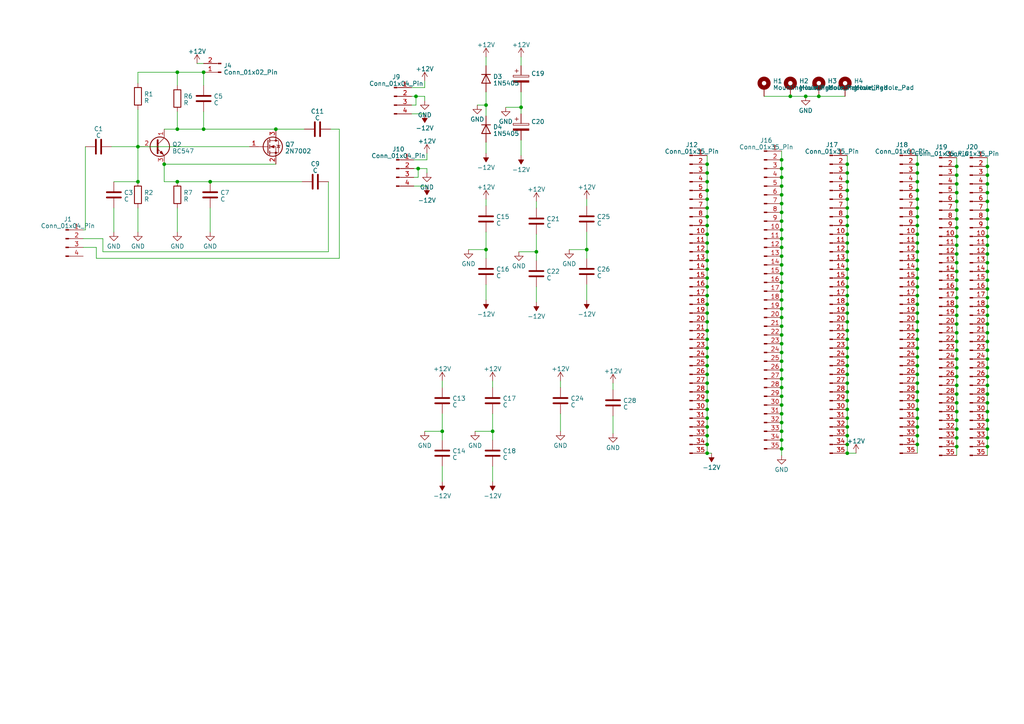
<source format=kicad_sch>
(kicad_sch (version 20231120) (generator "eeschema") (generator_version "8.0")
  (paper "A4")
  (title_block (title "Breadboard 1") (date "2023-04-09") (rev "1.0"))
  (junction (at 226.695 130.175))
  (junction (at 286.385 68.58))
  (junction (at 205.105 121.285))
  (junction (at 286.385 53.34))
  (junction (at 245.745 128.905))
  (junction (at 245.745 100.965))
  (junction (at 286.385 88.9))
  (junction (at 277.495 127))
  (junction (at 245.745 65.405))
  (junction (at 205.105 80.645))
  (junction (at 245.745 83.185))
  (junction (at 205.105 88.265))
  (junction (at 286.385 48.26))
  (junction (at 62.865 313.055))
  (junction (at 205.105 111.125))
  (junction (at 201.295 265.43))
  (junction (at 245.745 80.645))
  (junction (at 266.065 116.205))
  (junction (at 205.105 75.565))
  (junction (at 286.385 116.84))
  (junction (at 226.695 56.515))
  (junction (at 245.745 118.745))
  (junction (at 277.495 73.66))
  (junction (at 205.105 50.165))
  (junction (at 286.385 63.5))
  (junction (at 196.85 305.435))
  (junction (at 266.065 123.825))
  (junction (at 205.105 78.105))
  (junction (at 205.105 100.965))
  (junction (at 170.18 72.39))
  (junction (at 62.865 343.535))
  (junction (at 286.385 76.2))
  (junction (at 178.435 264.795))
  (junction (at 245.745 116.205))
  (junction (at 339.725 48.26))
  (junction (at 140.97 30.48))
  (junction (at 226.695 84.455))
  (junction (at 79.375 354.965))
  (junction (at 205.105 131.445))
  (junction (at 286.385 99.06))
  (junction (at 62.865 354.965))
  (junction (at 266.065 100.965))
  (junction (at 277.495 78.74))
  (junction (at 80.01 37.465))
  (junction (at 266.065 128.905))
  (junction (at 226.695 69.215))
  (junction (at 277.495 48.26))
  (junction (at 397.51 15.24))
  (junction (at 226.695 107.315))
  (junction (at 245.745 103.505))
  (junction (at 286.385 119.38))
  (junction (at 205.105 128.905))
  (junction (at 245.745 93.345))
  (junction (at 266.065 126.365))
  (junction (at 286.385 111.76))
  (junction (at 205.105 93.345))
  (junction (at 226.695 61.595))
  (junction (at 340.995 62.865))
  (junction (at 277.495 111.76))
  (junction (at 226.695 99.695))
  (junction (at 205.105 106.045))
  (junction (at 277.495 109.22))
  (junction (at 277.495 71.12))
  (junction (at 71.12 313.055))
  (junction (at 266.065 62.865))
  (junction (at 266.065 118.745))
  (junction (at 71.755 312.42))
  (junction (at 226.695 71.755))
  (junction (at 277.495 68.58))
  (junction (at 226.695 51.435))
  (junction (at 286.385 66.04))
  (junction (at 245.745 90.805))
  (junction (at 245.745 121.285))
  (junction (at 266.065 52.705))
  (junction (at 398.78 30.48))
  (junction (at 245.745 60.325))
  (junction (at 277.495 116.84))
  (junction (at 266.065 60.325))
  (junction (at 399.415 65.405))
  (junction (at 205.105 52.705))
  (junction (at 266.065 103.505))
  (junction (at 79.375 327.66))
  (junction (at 286.385 114.3))
  (junction (at 47.625 47.625))
  (junction (at 266.065 90.805))
  (junction (at 226.695 112.395))
  (junction (at 266.065 88.265))
  (junction (at 286.385 109.22))
  (junction (at 43.18 343.535))
  (junction (at 60.96 52.705))
  (junction (at 245.745 88.265))
  (junction (at 205.105 73.025))
  (junction (at 286.385 101.6))
  (junction (at 40.005 42.545))
  (junction (at 277.495 101.6))
  (junction (at 277.495 124.46))
  (junction (at 178.435 240.03))
  (junction (at 266.065 75.565))
  (junction (at 277.495 76.2))
  (junction (at 286.385 96.52))
  (junction (at 340.36 27.94))
  (junction (at 245.745 85.725))
  (junction (at 245.745 57.785))
  (junction (at 156.21 259.715))
  (junction (at 226.695 114.935))
  (junction (at 277.495 58.42))
  (junction (at 205.105 83.185))
  (junction (at 277.495 86.36))
  (junction (at 142.875 125.095))
  (junction (at 40.005 52.705))
  (junction (at 277.495 104.14))
  (junction (at 286.385 127))
  (junction (at 201.295 254.635))
  (junction (at 205.105 57.785))
  (junction (at 277.495 93.98))
  (junction (at 226.695 109.855))
  (junction (at 245.745 106.045))
  (junction (at 277.495 63.5))
  (junction (at 226.695 120.015))
  (junction (at 79.375 299.72))
  (junction (at 79.375 307.34))
  (junction (at 196.85 277.495))
  (junction (at 245.745 70.485))
  (junction (at 266.065 93.345))
  (junction (at 277.495 83.82))
  (junction (at 48.895 343.535))
  (junction (at 226.695 81.915))
  (junction (at 121.285 48.895))
  (junction (at 205.105 126.365))
  (junction (at 286.385 124.46))
  (junction (at 226.695 125.095))
  (junction (at 266.065 55.245))
  (junction (at 286.385 50.8))
  (junction (at 59.055 37.465))
  (junction (at 205.105 60.325))
  (junction (at 277.495 88.9))
  (junction (at 71.12 343.535))
  (junction (at 201.295 229.87))
  (junction (at 128.27 125.095))
  (junction (at 226.695 122.555))
  (junction (at 266.065 47.625))
  (junction (at 229.235 27.94))
  (junction (at 183.515 305.435))
  (junction (at 266.065 83.185))
  (junction (at 339.09 12.7))
  (junction (at 277.495 99.06))
  (junction (at 277.495 81.28))
  (junction (at 226.695 117.475))
  (junction (at 59.055 20.955))
  (junction (at 266.065 108.585))
  (junction (at 277.495 119.38))
  (junction (at 266.065 85.725))
  (junction (at 286.385 91.44))
  (junction (at 163.83 259.715))
  (junction (at 266.065 111.125))
  (junction (at 286.385 58.42))
  (junction (at 286.385 71.12))
  (junction (at 286.385 83.82))
  (junction (at 48.895 313.055))
  (junction (at 57.15 313.055))
  (junction (at 277.495 114.3))
  (junction (at 277.495 55.88))
  (junction (at 266.065 50.165))
  (junction (at 277.495 96.52))
  (junction (at 245.745 52.705))
  (junction (at 51.435 20.955))
  (junction (at 226.695 46.355))
  (junction (at 245.745 98.425))
  (junction (at 224.155 259.715))
  (junction (at 226.695 74.295))
  (junction (at 226.695 79.375))
  (junction (at 226.695 66.675))
  (junction (at 286.385 60.96))
  (junction (at 266.065 80.645))
  (junction (at 286.385 81.28))
  (junction (at 205.105 123.825))
  (junction (at 398.145 50.8))
  (junction (at 205.105 62.865))
  (junction (at 205.105 103.505))
  (junction (at 186.055 234.95))
  (junction (at 277.495 53.34))
  (junction (at 151.13 31.115))
  (junction (at 277.495 66.04))
  (junction (at 183.515 292.1))
  (junction (at 277.495 91.44))
  (junction (at 245.745 73.025))
  (junction (at 226.695 89.535))
  (junction (at 79.375 339.09))
  (junction (at 205.105 113.665))
  (junction (at 79.375 349.25))
  (junction (at 205.105 108.585))
  (junction (at 277.495 121.92))
  (junction (at 205.105 85.725))
  (junction (at 277.495 129.54))
  (junction (at 266.065 65.405))
  (junction (at 245.745 78.105))
  (junction (at 226.695 86.995))
  (junction (at 205.105 95.885))
  (junction (at 178.435 254.635))
  (junction (at 196.85 297.815))
  (junction (at 245.745 131.445))
  (junction (at 226.695 94.615))
  (junction (at 57.15 343.535))
  (junction (at 266.065 121.285))
  (junction (at 205.105 47.625))
  (junction (at 245.745 123.825))
  (junction (at 277.495 106.68))
  (junction (at 245.745 95.885))
  (junction (at 226.695 48.895))
  (junction (at 286.385 55.88))
  (junction (at 266.065 78.105))
  (junction (at 205.105 118.745))
  (junction (at 215.9 259.715))
  (junction (at 205.105 65.405))
  (junction (at 266.065 57.785))
  (junction (at 120.65 27.94))
  (junction (at 71.755 344.17))
  (junction (at 286.385 73.66))
  (junction (at 245.745 55.245))
  (junction (at 51.435 37.465))
  (junction (at 266.065 70.485))
  (junction (at 266.065 95.885))
  (junction (at 266.065 73.025))
  (junction (at 226.695 53.975))
  (junction (at 245.745 113.665))
  (junction (at 201.295 240.03))
  (junction (at 226.695 59.055))
  (junction (at 205.105 70.485))
  (junction (at 205.105 116.205))
  (junction (at 286.385 121.92))
  (junction (at 102.235 327.66))
  (junction (at 245.745 47.625))
  (junction (at 277.495 60.96))
  (junction (at 226.695 104.775))
  (junction (at 226.695 92.075))
  (junction (at 266.065 67.945))
  (junction (at 237.49 27.94))
  (junction (at 193.675 234.95))
  (junction (at 205.105 90.805))
  (junction (at 205.105 98.425))
  (junction (at 226.695 97.155))
  (junction (at 286.385 86.36))
  (junction (at 286.385 129.54))
  (junction (at 51.435 52.705))
  (junction (at 178.435 229.87))
  (junction (at 266.065 113.665))
  (junction (at 286.385 93.98))
  (junction (at 183.515 277.495))
  (junction (at 245.745 126.365))
  (junction (at 277.495 50.8))
  (junction (at 245.745 67.945))
  (junction (at 266.065 98.425))
  (junction (at 245.745 108.585))
  (junction (at 205.105 55.245))
  (junction (at 286.385 106.68))
  (junction (at 266.065 106.045))
  (junction (at 155.575 73.025))
  (junction (at 79.375 317.5))
  (junction (at 245.745 62.865))
  (junction (at 286.385 78.74))
  (junction (at 226.695 64.135))
  (junction (at 245.745 111.125))
  (junction (at 233.68 27.94))
  (junction (at 245.745 75.565))
  (junction (at 245.745 50.165))
  (junction (at 286.385 104.14))
  (junction (at 140.97 72.39))
  (junction (at 205.105 67.945))
  (junction (at 226.695 127.635))
  (junction (at 226.695 76.835))
  (junction (at 226.695 102.235))
  (wire (pts (xy 62.865 299.72) (xy 62.865 303.53)))
  (wire (pts (xy 226.695 109.855) (xy 226.695 112.395)))
  (wire (pts (xy 349.885 43.18) (xy 358.775 43.18)))
  (wire (pts (xy 59.055 37.465) (xy 80.01 37.465)))
  (wire (pts (xy 286.385 99.06) (xy 286.385 101.6)))
  (wire (pts (xy 410.845 60.96) (xy 418.465 60.96)))
  (wire (pts (xy 398.78 27.94) (xy 398.78 30.48)))
  (wire (pts (xy 277.495 45.72) (xy 277.495 48.26)))
  (wire (pts (xy 399.415 65.405) (xy 399.415 67.945)))
  (wire (pts (xy 205.105 106.045) (xy 205.105 108.585)))
  (wire (pts (xy 226.695 130.175) (xy 226.695 132.08)))
  (wire (pts (xy 266.065 95.885) (xy 266.065 98.425)))
  (wire (pts (xy 266.065 128.905) (xy 266.065 131.445)))
  (wire (pts (xy 226.695 56.515) (xy 226.695 59.055)))
  (wire (pts (xy 51.435 52.705) (xy 60.96 52.705)))
  (wire (pts (xy 33.02 344.805) (xy 38.1 344.805)))
  (wire (pts (xy 51.435 32.385) (xy 51.435 37.465)))
  (wire (pts (xy 372.11 92.71) (xy 379.095 92.71)))
  (wire (pts (xy 71.755 343.535) (xy 71.755 344.17)))
  (wire (pts (xy 245.745 70.485) (xy 245.745 73.025)))
  (wire (pts (xy 40.005 42.545) (xy 72.39 42.545)))
  (wire (pts (xy 153.67 262.255) (xy 144.78 262.255)))
  (wire (pts (xy 47.625 47.625) (xy 47.625 52.705)))
  (wire (pts (xy 183.515 292.1) (xy 183.515 295.275)))
  (wire (pts (xy 352.425 58.42) (xy 360.045 58.42)))
  (wire (pts (xy 155.575 83.185) (xy 155.575 87.63)))
  (wire (pts (xy 277.495 111.76) (xy 277.495 114.3)))
  (wire (pts (xy 62.865 343.535) (xy 71.12 343.535)))
  (wire (pts (xy 144.78 259.715) (xy 156.21 259.715)))
  (wire (pts (xy 201.295 264.795) (xy 201.295 265.43)))
  (wire (pts (xy 186.055 234.95) (xy 193.675 234.95)))
  (wire (pts (xy 286.385 116.84) (xy 286.385 119.38)))
  (wire (pts (xy 245.745 57.785) (xy 245.745 60.325)))
  (wire (pts (xy 277.495 93.98) (xy 277.495 96.52)))
  (wire (pts (xy 40.005 42.545) (xy 40.005 52.705)))
  (wire (pts (xy 486.41 94.615) (xy 488.95 94.615)))
  (wire (pts (xy 226.695 112.395) (xy 226.695 114.935)))
  (wire (pts (xy 27.94 71.755) (xy 24.13 71.755)))
  (wire (pts (xy 226.695 71.755) (xy 226.695 74.295)))
  (wire (pts (xy 418.465 71.12) (xy 418.465 67.31)))
  (wire (pts (xy 350.52 7.62) (xy 356.235 7.62)))
  (wire (pts (xy 170.18 72.39) (xy 170.18 74.93)))
  (wire (pts (xy 266.065 116.205) (xy 266.065 118.745)))
  (wire (pts (xy 71.12 340.36) (xy 71.12 343.535)))
  (wire (pts (xy 277.495 124.46) (xy 277.495 127)))
  (wire (pts (xy 201.295 240.03) (xy 227.33 240.03)))
  (wire (pts (xy 277.495 109.22) (xy 277.495 111.76)))
  (wire (pts (xy 361.95 33.02) (xy 361.95 29.845)))
  (wire (pts (xy 43.18 343.535) (xy 43.18 328.295)))
  (wire (pts (xy 245.745 83.185) (xy 245.745 85.725)))
  (wire (pts (xy 170.18 82.55) (xy 170.18 86.995)))
  (wire (pts (xy 193.675 234.95) (xy 193.675 240.03)))
  (wire (pts (xy 177.8 111.125) (xy 177.8 113.03)))
  (wire (pts (xy 352.425 92.71) (xy 359.41 92.71)))
  (wire (pts (xy 71.12 313.055) (xy 71.12 316.23)))
  (wire (pts (xy 226.695 122.555) (xy 226.695 125.095)))
  (wire (pts (xy 226.695 125.095) (xy 226.695 127.635)))
  (wire (pts (xy 277.495 53.34) (xy 277.495 55.88)))
  (wire (pts (xy 245.745 113.665) (xy 245.745 116.205)))
  (wire (pts (xy 40.005 20.955) (xy 40.005 24.13)))
  (wire (pts (xy 286.385 127) (xy 286.385 129.54)))
  (wire (pts (xy 226.695 46.355) (xy 226.695 48.895)))
  (wire (pts (xy 286.385 73.66) (xy 286.385 76.2)))
  (wire (pts (xy 140.97 72.39) (xy 140.97 74.93)))
  (wire (pts (xy 205.105 108.585) (xy 205.105 111.125)))
  (wire (pts (xy 62.865 313.055) (xy 71.12 313.055)))
  (wire (pts (xy 245.745 47.625) (xy 245.745 50.165)))
  (wire (pts (xy 48.895 343.535) (xy 48.895 334.645)))
  (wire (pts (xy 128.27 110.49) (xy 128.27 112.395)))
  (wire (pts (xy 286.385 109.22) (xy 286.385 111.76)))
  (wire (pts (xy 79.375 327.66) (xy 79.375 328.93)))
  (wire (pts (xy 59.055 32.385) (xy 59.055 37.465)))
  (wire (pts (xy 79.375 349.25) (xy 79.375 354.965)))
  (wire (pts (xy 245.745 106.045) (xy 245.745 108.585)))
  (wire (pts (xy 408.94 10.16) (xy 414.655 10.16)))
  (wire (pts (xy 277.495 104.14) (xy 277.495 106.68)))
  (wire (pts (xy 123.19 27.94) (xy 123.19 29.21)))
  (wire (pts (xy 170.18 67.31) (xy 170.18 72.39)))
  (wire (pts (xy 178.435 275.59) (xy 183.515 275.59)))
  (wire (pts (xy 151.13 40.64) (xy 151.13 45.085)))
  (wire (pts (xy 245.745 128.905) (xy 245.745 131.445)))
  (wire (pts (xy 205.105 131.445) (xy 206.375 131.445)))
  (wire (pts (xy 286.385 66.04) (xy 286.385 68.58)))
  (wire (pts (xy 226.695 43.815) (xy 226.695 46.355)))
  (wire (pts (xy 420.37 25.4) (xy 420.37 29.845)))
  (wire (pts (xy 170.815 305.435) (xy 183.515 305.435)))
  (wire (pts (xy 277.495 88.9) (xy 277.495 91.44)))
  (wire (pts (xy 277.495 114.3) (xy 277.495 116.84)))
  (wire (pts (xy 266.065 106.045) (xy 266.065 108.585)))
  (wire (pts (xy 57.15 313.055) (xy 62.865 313.055)))
  (wire (pts (xy 31.115 365.76) (xy 31.115 332.74)))
  (wire (pts (xy 266.065 108.585) (xy 266.065 111.125)))
  (wire (pts (xy 245.745 98.425) (xy 245.745 100.965)))
  (wire (pts (xy 286.385 101.6) (xy 286.385 104.14)))
  (wire (pts (xy 277.495 106.68) (xy 277.495 109.22)))
  (wire (pts (xy 226.695 61.595) (xy 226.695 64.135)))
  (wire (pts (xy 128.27 135.255) (xy 128.27 139.7)))
  (wire (pts (xy 183.515 300.355) (xy 183.515 305.435)))
  (wire (pts (xy 196.85 307.975) (xy 196.85 310.515)))
  (wire (pts (xy 123.19 25.4) (xy 123.19 23.495)))
  (wire (pts (xy 245.745 75.565) (xy 245.745 78.105)))
  (wire (pts (xy 266.065 50.165) (xy 266.065 52.705)))
  (wire (pts (xy 233.045 259.715) (xy 233.045 311.15)))
  (wire (pts (xy 57.15 343.535) (xy 62.865 343.535)))
  (wire (pts (xy 403.225 65.405) (xy 403.225 66.04)))
  (wire (pts (xy 71.12 343.535) (xy 71.755 343.535)))
  (wire (pts (xy 286.385 93.98) (xy 286.385 96.52)))
  (wire (pts (xy 358.775 43.18) (xy 358.775 46.99)))
  (wire (pts (xy 189.23 292.1) (xy 183.515 292.1)))
  (wire (pts (xy 339.09 10.16) (xy 339.09 12.7)))
  (wire (pts (xy 33.02 328.295) (xy 43.18 328.295)))
  (wire (pts (xy 266.065 62.865) (xy 266.065 65.405)))
  (wire (pts (xy 62.865 320.675) (xy 62.865 325.755)))
  (wire (pts (xy 62.865 363.855) (xy 62.865 354.965)))
  (wire (pts (xy 40.64 363.855) (xy 62.865 363.855)))
  (wire (pts (xy 226.695 74.295) (xy 226.695 76.835)))
  (wire (pts (xy 245.745 65.405) (xy 245.745 67.945)))
  (wire (pts (xy 266.065 103.505) (xy 266.065 106.045)))
  (wire (pts (xy 135.89 72.39) (xy 140.97 72.39)))
  (wire (pts (xy 398.145 30.48) (xy 398.78 30.48)))
  (wire (pts (xy 245.745 90.805) (xy 245.745 93.345)))
  (wire (pts (xy 286.385 119.38) (xy 286.385 121.92)))
  (wire (pts (xy 40.64 343.535) (xy 40.64 344.17)))
  (wire (pts (xy 286.385 96.52) (xy 286.385 99.06)))
  (wire (pts (xy 358.775 53.34) (xy 358.775 49.53)))
  (wire (pts (xy 47.625 52.705) (xy 51.435 52.705)))
  (wire (pts (xy 339.725 48.26) (xy 342.265 48.26)))
  (wire (pts (xy 245.745 111.125) (xy 245.745 113.665)))
  (wire (pts (xy 350.52 22.86) (xy 361.95 22.86)))
  (wire (pts (xy 397.51 15.24) (xy 401.32 15.24)))
  (wire (pts (xy 178.435 240.03) (xy 178.435 242.57)))
  (wire (pts (xy 183.515 305.435) (xy 196.85 305.435)))
  (wire (pts (xy 224.155 259.715) (xy 233.045 259.715)))
  (wire (pts (xy 398.145 48.26) (xy 398.145 50.8)))
  (wire (pts (xy 163.83 259.715) (xy 170.815 259.715)))
  (wire (pts (xy 286.385 114.3) (xy 286.385 116.84)))
  (wire (pts (xy 205.105 121.285) (xy 205.105 123.825)))
  (wire (pts (xy 142.875 125.095) (xy 142.875 127.635)))
  (wire (pts (xy 352.425 95.25) (xy 354.965 95.25)))
  (wire (pts (xy 205.105 80.645) (xy 205.105 83.185)))
  (wire (pts (xy 140.97 82.55) (xy 140.97 86.995)))
  (wire (pts (xy 196.85 277.495) (xy 215.9 277.495)))
  (wire (pts (xy 208.915 259.715) (xy 215.9 259.715)))
  (wire (pts (xy 277.495 55.88) (xy 277.495 58.42)))
  (wire (pts (xy 349.885 53.34) (xy 358.775 53.34)))
  (wire (pts (xy 208.28 265.43) (xy 208.28 264.795)))
  (wire (pts (xy 286.385 76.2) (xy 286.385 78.74)))
  (wire (pts (xy 71.755 312.42) (xy 86.995 312.42)))
  (wire (pts (xy 453.39 90.805) (xy 460.375 90.805)))
  (wire (pts (xy 165.1 72.39) (xy 170.18 72.39)))
  (wire (pts (xy 196.85 277.495) (xy 196.85 287.02)))
  (wire (pts (xy 119.38 27.94) (xy 120.65 27.94)))
  (wire (pts (xy 277.495 99.06) (xy 277.495 101.6)))
  (wire (pts (xy 266.065 83.185) (xy 266.065 85.725)))
  (wire (pts (xy 286.385 106.68) (xy 286.385 109.22)))
  (wire (pts (xy 205.105 113.665) (xy 205.105 116.205)))
  (wire (pts (xy 40.005 31.75) (xy 40.005 42.545)))
  (wire (pts (xy 27.94 74.93) (xy 27.94 71.755)))
  (wire (pts (xy 146.685 31.115) (xy 151.13 31.115)))
  (wire (pts (xy 33.02 60.325) (xy 33.02 67.31)))
  (wire (pts (xy 205.105 78.105) (xy 205.105 80.645)))
  (wire (pts (xy 398.145 50.8) (xy 400.685 50.8)))
  (wire (pts (xy 183.515 292.1) (xy 183.515 290.83)))
  (wire (pts (xy 340.995 62.865) (xy 344.805 62.865)))
  (wire (pts (xy 205.105 67.945) (xy 205.105 70.485)))
  (wire (pts (xy 128.27 120.015) (xy 128.27 125.095)))
  (wire (pts (xy 286.385 81.28) (xy 286.385 83.82)))
  (wire (pts (xy 245.745 67.945) (xy 245.745 70.485)))
  (wire (pts (xy 38.1 325.755) (xy 38.1 344.805)))
  (wire (pts (xy 469.265 93.98) (xy 471.805 93.98)))
  (wire (pts (xy 196.85 275.59) (xy 196.85 277.495)))
  (wire (pts (xy 224.155 259.715) (xy 223.52 259.715)))
  (wire (pts (xy 205.105 50.165) (xy 205.105 52.705)))
  (wire (pts (xy 226.695 89.535) (xy 226.695 92.075)))
  (wire (pts (xy 62.865 333.375) (xy 62.865 335.915)))
  (wire (pts (xy 277.495 50.8) (xy 277.495 53.34)))
  (wire (pts (xy 356.235 17.78) (xy 356.235 14.605)))
  (wire (pts (xy 277.495 86.36) (xy 277.495 88.9)))
  (wire (pts (xy 221.615 27.94) (xy 229.235 27.94)))
  (wire (pts (xy 405.13 96.52) (xy 407.67 96.52)))
  (wire (pts (xy 151.13 26.67) (xy 151.13 31.115)))
  (wire (pts (xy 277.495 60.96) (xy 277.495 63.5)))
  (wire (pts (xy 62.865 354.965) (xy 79.375 354.965)))
  (wire (pts (xy 286.385 60.96) (xy 286.385 63.5)))
  (wire (pts (xy 453.39 88.265) (xy 455.93 88.265)))
  (wire (pts (xy 79.375 327.66) (xy 102.235 327.66)))
  (wire (pts (xy 286.385 53.34) (xy 286.385 55.88)))
  (wire (pts (xy 140.97 57.785) (xy 140.97 59.69)))
  (wire (pts (xy 226.695 99.695) (xy 226.695 102.235)))
  (wire (pts (xy 245.745 60.325) (xy 245.745 62.865)))
  (wire (pts (xy 120.65 27.94) (xy 123.19 27.94)))
  (wire (pts (xy 266.065 126.365) (xy 266.065 128.905)))
  (wire (pts (xy 266.065 100.965) (xy 266.065 103.505)))
  (wire (pts (xy 408.94 35.56) (xy 420.37 35.56)))
  (wire (pts (xy 266.065 90.805) (xy 266.065 93.345)))
  (wire (pts (xy 387.985 90.805) (xy 390.525 90.805)))
  (wire (pts (xy 140.97 41.275) (xy 140.97 44.45)))
  (wire (pts (xy 266.065 113.665) (xy 266.065 116.205)))
  (wire (pts (xy 205.105 45.085) (xy 205.105 47.625)))
  (wire (pts (xy 138.43 30.48) (xy 140.97 30.48)))
  (wire (pts (xy 226.695 127.635) (xy 226.695 130.175)))
  (wire (pts (xy 62.865 343.535) (xy 62.865 347.345)))
  (wire (pts (xy 170.815 292.1) (xy 183.515 292.1)))
  (wire (pts (xy 151.765 277.495) (xy 151.765 264.795)))
  (wire (pts (xy 286.385 48.26) (xy 286.385 50.8)))
  (wire (pts (xy 186.055 297.815) (xy 196.85 297.815)))
  (wire (pts (xy 199.39 307.975) (xy 199.39 308.61)))
  (wire (pts (xy 226.695 48.895) (xy 226.695 51.435)))
  (wire (pts (xy 339.725 27.94) (xy 340.36 27.94)))
  (wire (pts (xy 286.385 129.54) (xy 286.385 132.08)))
  (wire (pts (xy 205.105 111.125) (xy 205.105 113.665)))
  (wire (pts (xy 79.375 326.39) (xy 79.375 327.66)))
  (wire (pts (xy 205.105 73.025) (xy 205.105 75.565)))
  (wire (pts (xy 201.295 240.03) (xy 201.295 243.205)))
  (wire (pts (xy 150.495 73.025) (xy 155.575 73.025)))
  (wire (pts (xy 79.375 317.5) (xy 79.375 318.77)))
  (wire (pts (xy 387.985 93.345) (xy 394.97 93.345)))
  (wire (pts (xy 201.295 230.505) (xy 227.33 230.505)))
  (wire (pts (xy 340.36 25.4) (xy 340.36 27.94)))
  (wire (pts (xy 205.105 62.865) (xy 205.105 65.405)))
  (wire (pts (xy 277.495 96.52) (xy 277.495 99.06)))
  (wire (pts (xy 266.065 121.285) (xy 266.065 123.825)))
  (wire (pts (xy 201.295 229.87) (xy 201.295 230.505)))
  (wire (pts (xy 405.13 93.98) (xy 412.115 93.98)))
  (wire (pts (xy 410.845 71.12) (xy 418.465 71.12)))
  (wire (pts (xy 277.495 129.54) (xy 277.495 132.08)))
  (wire (pts (xy 196.85 307.975) (xy 199.39 307.975)))
  (wire (pts (xy 245.745 52.705) (xy 245.745 55.245)))
  (wire (pts (xy 286.385 68.58) (xy 286.385 71.12)))
  (wire (pts (xy 405.13 91.44) (xy 407.67 91.44)))
  (wire (pts (xy 245.745 108.585) (xy 245.745 111.125)))
  (wire (pts (xy 226.695 102.235) (xy 226.695 104.775)))
  (wire (pts (xy 266.065 60.325) (xy 266.065 62.865)))
  (wire (pts (xy 453.39 93.345) (xy 455.93 93.345)))
  (wire (pts (xy 398.78 30.48) (xy 401.32 30.48)))
  (wire (pts (xy 151.765 277.495) (xy 183.515 277.495)))
  (wire (pts (xy 486.41 92.075) (xy 493.395 92.075)))
  (wire (pts (xy 277.495 116.84) (xy 277.495 119.38)))
  (wire (pts (xy 33.02 349.25) (xy 33.02 344.805)))
  (wire (pts (xy 98.425 74.93) (xy 27.94 74.93)))
  (wire (pts (xy 80.01 37.465) (xy 88.265 37.465)))
  (wire (pts (xy 140.97 67.31) (xy 140.97 72.39)))
  (wire (pts (xy 340.995 62.865) (xy 340.995 65.405)))
  (wire (pts (xy 47.625 37.465) (xy 51.435 37.465)))
  (wire (pts (xy 205.105 52.705) (xy 205.105 55.245)))
  (wire (pts (xy 151.13 16.51) (xy 151.13 19.05)))
  (wire (pts (xy 216.535 267.335) (xy 216.535 259.715)))
  (wire (pts (xy 245.745 78.105) (xy 245.745 80.645)))
  (wire (pts (xy 277.495 76.2) (xy 277.495 78.74)))
  (wire (pts (xy 205.105 88.265) (xy 205.105 90.805)))
  (wire (pts (xy 277.495 78.74) (xy 277.495 81.28)))
  (wire (pts (xy 245.745 121.285) (xy 245.745 123.825)))
  (wire (pts (xy 205.105 93.345) (xy 205.105 95.885)))
  (wire (pts (xy 71.12 313.055) (xy 71.755 313.055)))
  (wire (pts (xy 142.875 135.255) (xy 142.875 139.7)))
  (wire (pts (xy 123.825 48.895) (xy 123.825 50.165)))
  (wire (pts (xy 79.375 339.09) (xy 95.25 339.09)))
  (wire (pts (xy 245.745 80.645) (xy 245.745 83.185)))
  (wire (pts (xy 226.695 104.775) (xy 226.695 107.315)))
  (wire (pts (xy 408.305 45.72) (xy 417.195 45.72)))
  (wire (pts (xy 286.385 55.88) (xy 286.385 58.42)))
  (wire (pts (xy 286.385 88.9) (xy 286.385 91.44)))
  (wire (pts (xy 205.105 65.405) (xy 205.105 67.945)))
  (wire (pts (xy 171.45 264.795) (xy 178.435 264.795)))
  (wire (pts (xy 205.105 103.505) (xy 205.105 106.045)))
  (wire (pts (xy 162.56 110.49) (xy 162.56 112.395)))
  (wire (pts (xy 205.105 123.825) (xy 205.105 126.365)))
  (wire (pts (xy 277.495 83.82) (xy 277.495 86.36)))
  (wire (pts (xy 33.02 52.705) (xy 40.005 52.705)))
  (wire (pts (xy 286.385 104.14) (xy 286.385 106.68)))
  (wire (pts (xy 229.235 27.94) (xy 233.68 27.94)))
  (wire (pts (xy 205.105 57.785) (xy 205.105 60.325)))
  (wire (pts (xy 226.695 81.915) (xy 226.695 84.455)))
  (wire (pts (xy 408.94 20.32) (xy 414.655 20.32)))
  (wire (pts (xy 226.695 66.675) (xy 226.695 69.215)))
  (wire (pts (xy 119.38 25.4) (xy 123.19 25.4)))
  (wire (pts (xy 40.64 354.33) (xy 40.64 356.235)))
  (wire (pts (xy 137.795 125.095) (xy 142.875 125.095)))
  (wire (pts (xy 397.51 12.7) (xy 397.51 15.24)))
  (wire (pts (xy 120.015 48.895) (xy 121.285 48.895)))
  (wire (pts (xy 224.155 267.335) (xy 224.155 259.715)))
  (wire (pts (xy 356.235 7.62) (xy 356.235 12.065)))
  (wire (pts (xy 277.495 68.58) (xy 277.495 71.12)))
  (wire (pts (xy 29.845 73.025) (xy 95.25 73.025)))
  (wire (pts (xy 79.375 349.25) (xy 95.25 349.25)))
  (wire (pts (xy 286.385 86.36) (xy 286.385 88.9)))
  (wire (pts (xy 205.105 116.205) (xy 205.105 118.745)))
  (wire (pts (xy 245.745 123.825) (xy 245.745 126.365)))
  (wire (pts (xy 277.495 71.12) (xy 277.495 73.66)))
  (wire (pts (xy 71.12 323.85) (xy 71.12 332.74)))
  (wire (pts (xy 51.435 20.955) (xy 51.435 24.765)))
  (wire (pts (xy 226.695 59.055) (xy 226.695 61.595)))
  (wire (pts (xy 344.805 62.865) (xy 344.805 63.5)))
  (wire (pts (xy 237.49 27.94) (xy 245.11 27.94)))
  (wire (pts (xy 155.575 58.42) (xy 155.575 60.325)))
  (wire (pts (xy 227.33 230.505) (xy 227.33 229.87)))
  (wire (pts (xy 205.105 60.325) (xy 205.105 62.865)))
  (wire (pts (xy 153.67 311.15) (xy 153.67 262.255)))
  (wire (pts (xy 162.56 240.03) (xy 178.435 240.03)))
  (wire (pts (xy 24.765 42.545) (xy 24.765 66.675)))
  (wire (pts (xy 361.95 22.86) (xy 361.95 27.305)))
  (wire (pts (xy 245.745 100.965) (xy 245.745 103.505)))
  (wire (pts (xy 277.495 48.26) (xy 277.495 50.8)))
  (wire (pts (xy 59.055 20.955) (xy 59.055 24.765)))
  (wire (pts (xy 199.39 227.33) (xy 201.295 227.33)))
  (wire (pts (xy 226.695 51.435) (xy 226.695 53.975)))
  (wire (pts (xy 163.83 259.715) (xy 163.83 267.335)))
  (wire (pts (xy 102.235 335.28) (xy 102.235 365.76)))
  (wire (pts (xy 286.385 63.5) (xy 286.385 66.04)))
  (wire (pts (xy 226.695 84.455) (xy 226.695 86.995)))
  (wire (pts (xy 205.105 85.725) (xy 205.105 88.265)))
  (wire (pts (xy 140.97 26.67) (xy 140.97 30.48)))
  (wire (pts (xy 414.655 20.32) (xy 414.655 17.145)))
  (wire (pts (xy 60.96 52.705) (xy 87.63 52.705)))
  (wire (pts (xy 193.675 234.95) (xy 219.71 234.95)))
  (wire (pts (xy 98.425 37.465) (xy 98.425 74.93)))
  (wire (pts (xy 340.36 27.94) (xy 342.9 27.94)))
  (wire (pts (xy 245.745 131.445) (xy 248.285 131.445)))
  (wire (pts (xy 205.105 126.365) (xy 205.105 128.905)))
  (wire (pts (xy 57.15 313.055) (xy 57.15 324.485)))
  (wire (pts (xy 266.065 123.825) (xy 266.065 126.365)))
  (wire (pts (xy 226.695 64.135) (xy 226.695 66.675)))
  (wire (pts (xy 196.85 305.435) (xy 199.39 305.435)))
  (wire (pts (xy 62.865 311.15) (xy 62.865 313.055)))
  (wire (pts (xy 120.015 53.975) (xy 123.825 53.975)))
  (wire (pts (xy 201.295 254.635) (xy 208.28 254.635)))
  (wire (pts (xy 266.065 67.945) (xy 266.065 70.485)))
  (wire (pts (xy 245.745 50.165) (xy 245.745 52.705)))
  (wire (pts (xy 29.845 69.215) (xy 29.845 73.025)))
  (wire (pts (xy 469.265 88.9) (xy 471.805 88.9)))
  (wire (pts (xy 339.09 12.7) (xy 342.9 12.7)))
  (wire (pts (xy 226.695 120.015) (xy 226.695 122.555)))
  (wire (pts (xy 201.295 250.825) (xy 201.295 254.635)))
  (wire (pts (xy 266.065 98.425) (xy 266.065 100.965)))
  (wire (pts (xy 226.695 92.075) (xy 226.695 94.615)))
  (wire (pts (xy 183.515 275.59) (xy 183.515 277.495)))
  (wire (pts (xy 277.495 101.6) (xy 277.495 104.14)))
  (wire (pts (xy 418.465 60.96) (xy 418.465 64.77)))
  (wire (pts (xy 226.695 107.315) (xy 226.695 109.855)))
  (wire (pts (xy 51.435 60.325) (xy 51.435 67.31)))
  (wire (pts (xy 128.27 125.095) (xy 128.27 127.635)))
  (wire (pts (xy 360.045 68.58) (xy 360.045 64.77)))
  (wire (pts (xy 177.8 120.65) (xy 177.8 125.73)))
  (wire (pts (xy 469.265 91.44) (xy 476.25 91.44)))
  (wire (pts (xy 486.41 89.535) (xy 488.95 89.535)))
  (wire (pts (xy 277.495 127) (xy 277.495 129.54)))
  (wire (pts (xy 140.97 30.48) (xy 140.97 33.655)))
  (wire (pts (xy 178.435 229.87) (xy 201.295 229.87)))
  (wire (pts (xy 79.375 317.5) (xy 94.615 317.5)))
  (wire (pts (xy 286.385 50.8) (xy 286.385 53.34)))
  (wire (pts (xy 226.695 69.215) (xy 226.695 71.755)))
  (wire (pts (xy 277.495 91.44) (xy 277.495 93.98)))
  (wire (pts (xy 216.535 259.715) (xy 215.9 259.715)))
  (wire (pts (xy 201.295 275.59) (xy 196.85 275.59)))
  (wire (pts (xy 226.695 76.835) (xy 226.695 79.375)))
  (wire (pts (xy 414.655 10.16) (xy 414.655 14.605)))
  (wire (pts (xy 205.105 83.185) (xy 205.105 85.725)))
  (wire (pts (xy 170.18 234.95) (xy 186.055 234.95)))
  (wire (pts (xy 245.745 118.745) (xy 245.745 121.285)))
  (wire (pts (xy 226.695 86.995) (xy 226.695 89.535)))
  (wire (pts (xy 266.065 75.565) (xy 266.065 78.105)))
  (wire (pts (xy 162.56 120.015) (xy 162.56 125.095)))
  (wire (pts (xy 205.105 95.885) (xy 205.105 98.425)))
  (wire (pts (xy 33.02 325.755) (xy 38.1 325.755)))
  (wire (pts (xy 31.115 365.76) (xy 102.235 365.76)))
  (wire (pts (xy 245.745 73.025) (xy 245.745 75.565)))
  (wire (pts (xy 266.065 80.645) (xy 266.065 83.185)))
  (wire (pts (xy 183.515 277.495) (xy 196.85 277.495)))
  (wire (pts (xy 140.97 16.51) (xy 140.97 19.05)))
  (wire (pts (xy 121.285 51.435) (xy 121.285 48.895)))
  (wire (pts (xy 142.875 120.015) (xy 142.875 125.095)))
  (wire (pts (xy 156.21 259.715) (xy 156.21 267.335)))
  (wire (pts (xy 266.065 70.485) (xy 266.065 73.025)))
  (wire (pts (xy 360.045 58.42) (xy 360.045 62.23)))
  (wire (pts (xy 33.02 313.055) (xy 48.895 313.055)))
  (wire (pts (xy 350.52 17.78) (xy 356.235 17.78)))
  (wire (pts (xy 352.425 90.17) (xy 354.965 90.17)))
  (wire (pts (xy 408.94 25.4) (xy 420.37 25.4)))
  (wire (pts (xy 196.85 304.8) (xy 196.85 305.435)))
  (wire (pts (xy 57.15 334.645) (xy 57.15 343.535)))
  (wire (pts (xy 123.19 125.095) (xy 128.27 125.095)))
  (wire (pts (xy 33.02 313.055) (xy 33.02 323.215)))
  (wire (pts (xy 226.695 117.475) (xy 226.695 120.015)))
  (wire (pts (xy 286.385 124.46) (xy 286.385 127)))
  (wire (pts (xy 48.895 313.055) (xy 57.15 313.055)))
  (wire (pts (xy 142.875 110.49) (xy 142.875 112.395)))
  (wire (pts (xy 193.675 240.03) (xy 201.295 240.03)))
  (wire (pts (xy 79.375 336.55) (xy 79.375 339.09)))
  (wire (pts (xy 205.105 128.905) (xy 205.105 131.445)))
  (wire (pts (xy 266.065 73.025) (xy 266.065 75.565)))
  (wire (pts (xy 245.745 95.885) (xy 245.745 98.425)))
  (wire (pts (xy 32.385 42.545) (xy 40.005 42.545)))
  (wire (pts (xy 420.37 35.56) (xy 420.37 32.385)))
  (wire (pts (xy 56.515 329.565) (xy 59.055 329.565)))
  (wire (pts (xy 286.385 45.72) (xy 286.385 48.26)))
  (wire (pts (xy 79.375 357.505) (xy 79.375 360.045)))
  (wire (pts (xy 205.105 70.485) (xy 205.105 73.025)))
  (wire (pts (xy 339.725 45.72) (xy 339.725 48.26)))
  (wire (pts (xy 266.065 45.085) (xy 266.065 47.625)))
  (wire (pts (xy 119.38 33.02) (xy 123.19 33.02)))
  (wire (pts (xy 372.11 90.17) (xy 374.65 90.17)))
  (wire (pts (xy 266.065 47.625) (xy 266.065 50.165)))
  (wire (pts (xy 226.695 97.155) (xy 226.695 99.695)))
  (wire (pts (xy 205.105 55.245) (xy 205.105 57.785)))
  (wire (pts (xy 277.495 81.28) (xy 277.495 83.82)))
  (wire (pts (xy 266.065 78.105) (xy 266.065 80.645)))
  (wire (pts (xy 277.495 63.5) (xy 277.495 66.04)))
  (wire (pts (xy 151.765 264.795) (xy 144.78 264.795)))
  (wire (pts (xy 205.105 90.805) (xy 205.105 93.345)))
  (wire (pts (xy 245.745 88.265) (xy 245.745 90.805)))
  (wire (pts (xy 201.295 265.43) (xy 201.295 267.97)))
  (wire (pts (xy 196.85 297.18) (xy 196.85 297.815)))
  (wire (pts (xy 408.305 55.88) (xy 417.195 55.88)))
  (wire (pts (xy 433.705 88.265) (xy 436.245 88.265)))
  (wire (pts (xy 245.745 116.205) (xy 245.745 118.745)))
  (wire (pts (xy 266.065 52.705) (xy 266.065 55.245)))
  (wire (pts (xy 286.385 78.74) (xy 286.385 81.28)))
  (wire (pts (xy 286.385 71.12) (xy 286.385 73.66)))
  (wire (pts (xy 245.745 103.505) (xy 245.745 106.045)))
  (wire (pts (xy 277.495 66.04) (xy 277.495 68.58)))
  (wire (pts (xy 102.235 327.66) (xy 104.775 327.66)))
  (wire (pts (xy 352.425 68.58) (xy 360.045 68.58)))
  (wire (pts (xy 277.495 58.42) (xy 277.495 60.96)))
  (wire (pts (xy 266.065 88.265) (xy 266.065 90.805)))
  (wire (pts (xy 123.825 46.355) (xy 123.825 44.45)))
  (wire (pts (xy 387.985 95.885) (xy 390.525 95.885)))
  (wire (pts (xy 417.195 55.88) (xy 417.195 52.07)))
  (wire (pts (xy 245.745 55.245) (xy 245.745 57.785)))
  (wire (pts (xy 417.195 45.72) (xy 417.195 49.53)))
  (wire (pts (xy 201.295 265.43) (xy 208.28 265.43)))
  (wire (pts (xy 43.18 343.535) (xy 40.64 343.535)))
  (wire (pts (xy 266.065 118.745) (xy 266.065 121.285)))
  (wire (pts (xy 266.065 111.125) (xy 266.065 113.665)))
  (wire (pts (xy 277.495 73.66) (xy 277.495 76.2)))
  (wire (pts (xy 31.115 332.74) (xy 33.02 332.74)))
  (wire (pts (xy 286.385 121.92) (xy 286.385 124.46)))
  (wire (pts (xy 71.755 344.17) (xy 87.63 344.17)))
  (wire (pts (xy 171.45 254.635) (xy 178.435 254.635)))
  (wire (pts (xy 51.435 20.955) (xy 59.055 20.955)))
  (wire (pts (xy 120.015 46.355) (xy 123.825 46.355)))
  (wire (pts (xy 399.415 65.405) (xy 403.225 65.405)))
  (wire (pts (xy 183.515 283.21) (xy 183.515 277.495)))
  (wire (pts (xy 40.005 20.955) (xy 51.435 20.955)))
  (wire (pts (xy 372.11 95.25) (xy 374.65 95.25)))
  (wire (pts (xy 155.575 73.025) (xy 155.575 75.565)))
  (wire (pts (xy 199.39 305.435) (xy 199.39 306.07)))
  (wire (pts (xy 433.705 93.345) (xy 436.245 93.345)))
  (wire (pts (xy 151.13 31.115) (xy 151.13 33.02)))
  (wire (pts (xy 162.56 229.87) (xy 178.435 229.87)))
  (wire (pts (xy 350.52 33.02) (xy 361.95 33.02)))
  (wire (pts (xy 119.38 30.48) (xy 120.65 30.48)))
  (wire (pts (xy 94.615 307.34) (xy 79.375 307.34)))
  (wire (pts (xy 24.13 69.215) (xy 29.845 69.215)))
  (wire (pts (xy 277.495 121.92) (xy 277.495 124.46)))
  (wire (pts (xy 205.105 118.745) (xy 205.105 121.285)))
  (wire (pts (xy 266.065 57.785) (xy 266.065 60.325)))
  (wire (pts (xy 170.815 303.53) (xy 170.815 305.435)))
  (wire (pts (xy 48.895 324.485) (xy 48.895 313.055)))
  (wire (pts (xy 226.695 114.935) (xy 226.695 117.475)))
  (wire (pts (xy 245.745 62.865) (xy 245.745 65.405)))
  (wire (pts (xy 266.065 85.725) (xy 266.065 88.265)))
  (wire (pts (xy 205.105 98.425) (xy 205.105 100.965)))
  (wire (pts (xy 178.435 264.795) (xy 178.435 267.97)))
  (wire (pts (xy 245.745 85.725) (xy 245.745 88.265)))
  (wire (pts (xy 95.25 73.025) (xy 95.25 52.705)))
  (wire (pts (xy 120.015 51.435) (xy 121.285 51.435)))
  (wire (pts (xy 245.745 45.085) (xy 245.745 47.625)))
  (wire (pts (xy 178.435 250.19) (xy 178.435 254.635)))
  (wire (pts (xy 233.68 27.94) (xy 237.49 27.94)))
  (wire (pts (xy 286.385 58.42) (xy 286.385 60.96)))
  (wire (pts (xy 120.65 30.48) (xy 120.65 27.94)))
  (wire (pts (xy 170.18 57.785) (xy 170.18 59.69)))
  (wire (pts (xy 77.47 297.18) (xy 79.375 297.18)))
  (wire (pts (xy 286.385 111.76) (xy 286.385 114.3)))
  (wire (pts (xy 47.625 47.625) (xy 80.01 47.625)))
  (wire (pts (xy 433.705 90.805) (xy 440.69 90.805)))
  (wire (pts (xy 205.105 47.625) (xy 205.105 50.165)))
  (wire (pts (xy 233.045 311.15) (xy 153.67 311.15)))
  (wire (pts (xy 71.755 313.055) (xy 71.755 312.42)))
  (wire (pts (xy 33.02 332.74) (xy 33.02 330.835)))
  (wire (pts (xy 205.105 75.565) (xy 205.105 78.105)))
  (wire (pts (xy 24.13 66.675) (xy 24.765 66.675)))
  (wire (pts (xy 121.285 48.895) (xy 123.825 48.895)))
  (wire (pts (xy 60.96 60.325) (xy 60.96 67.31)))
  (wire (pts (xy 266.065 55.245) (xy 266.065 57.785)))
  (wire (pts (xy 40.005 60.325) (xy 40.005 67.31)))
  (wire (pts (xy 62.865 299.72) (xy 79.375 299.72)))
  (wire (pts (xy 286.385 91.44) (xy 286.385 93.98)))
  (wire (pts (xy 226.695 94.615) (xy 226.695 97.155)))
  (wire (pts (xy 245.745 126.365) (xy 245.745 128.905)))
  (wire (pts (xy 43.18 343.535) (xy 48.895 343.535)))
  (wire (pts (xy 286.385 83.82) (xy 286.385 86.36)))
  (wire (pts (xy 48.895 343.535) (xy 57.15 343.535)))
  (wire (pts (xy 51.435 37.465) (xy 59.055 37.465)))
  (wire (pts (xy 226.695 53.975) (xy 226.695 56.515)))
  (wire (pts (xy 57.15 18.415) (xy 59.055 18.415)))
  (wire (pts (xy 79.375 299.72) (xy 79.375 307.34)))
  (wire (pts (xy 245.745 93.345) (xy 245.745 95.885)))
  (wire (pts (xy 95.885 37.465) (xy 98.425 37.465)))
  (wire (pts (xy 226.695 79.375) (xy 226.695 81.915)))
  (wire (pts (xy 266.065 65.405) (xy 266.065 67.945)))
  (wire (pts (xy 277.495 119.38) (xy 277.495 121.92)))
  (wire (pts (xy 170.815 292.1) (xy 170.815 295.91)))
  (wire (pts (xy 205.105 100.965) (xy 205.105 103.505)))
  (wire (pts (xy 266.065 93.345) (xy 266.065 95.885)))
  (wire (pts (xy 155.575 67.945) (xy 155.575 73.025)))
  (symbol (lib_id "Device:R") (at 220.345 267.335 90) (unit 1)
    (property "Reference" "R24" (at 220.345 263.3091 90))
    (property "Value" "R" (at 220.345 265.2301 90))
    (property "Footprint" "Resistor_SMD:R_0805_2012Metric_Pad1.20x1.40mm_HandSolder" (effects (hide yes)))
  )
  (symbol (lib_id "Connector:Conn_01x02_Pin") (at 335.915 62.865 0) (unit 1)
    (property "Reference" "J24" (at 336.55 59.7789 0))
    (property "Value" "Conn_01x02_Pin" (at 336.55 61.6999 0))
    (property "Footprint" "Connector_PinHeader_1.27mm:PinHeader_1x02_P1.27mm_Vertical" (effects (hide yes)))
  )
  (symbol (lib_id "Diode:1N5405") (at 140.97 37.465 270) (unit 1)
    (property "Reference" "D4" (at 143.002 36.8213 90) (effects (justify left)))
    (property "Value" "1N5405" (at 143.002 38.7423 90) (effects (justify left)))
    (property "Footprint" "Diode_THT:D_DO-201AD_P15.24mm_Horizontal" (effects (hide yes)))
    (property "Datasheet" "http://www.vishay.com/docs/88516/1n5400.pdf" (effects (hide yes)))
    (property "Sim.Device" "D" (effects (hide yes)))
    (property "Sim.Pins" "1=K 2=A" (effects (hide yes)))
  )
  (symbol (lib_id "Device:R") (at 178.435 271.78 180) (unit 1)
    (property "Reference" "R19" (at 180.213 271.1363 0) (effects (justify right)))
    (property "Value" "R" (at 180.213 273.0573 0) (effects (justify right)))
    (property "Footprint" "Resistor_SMD:R_0805_2012Metric_Pad1.20x1.40mm_HandSolder" (effects (hide yes)))
  )
  (symbol (lib_id "Transistor_BJT:BC337") (at 38.1 349.25 0) (unit 1)
    (property "Reference" "Q1" (at 42.9514 348.6063 0) (effects (justify left)))
    (property "Value" "BC337" (at 42.9514 350.5273 0) (effects (justify left)))
    (property "Footprint" "Package_TO_SOT_THT:TO-92_Inline" (effects (hide yes)))
    (property "Datasheet" "https://diotec.com/tl_files/diotec/files/pdf/datasheets/bc337.pdf" (effects (hide yes)))
  )
  (symbol (lib_id "power:GND") (at 33.02 67.31 0) (unit 1)
    (property "Reference" "#PWR01" (effects (hide yes)))
    (property "Value" "GND" (at 33.02 71.4455 0))
  )
  (symbol (lib_id "power:-12V") (at 170.18 86.995 180) (unit 1)
    (property "Reference" "#PWR042" (effects (hide yes)))
    (property "Value" "-12V" (at 170.18 91.1305 0))
  )
  (symbol (lib_id "power:+12V") (at 77.47 297.18 0) (unit 1)
    (property "Reference" "#PWR011" (effects (hide yes)))
    (property "Value" "+12V" (at 77.47 293.6781 0))
  )
  (symbol (lib_id "Connector:Conn_01x04_Pin") (at 19.05 69.215 0) (unit 1)
    (property "Reference" "J1" (at 19.685 63.5889 0))
    (property "Value" "Conn_01x04_Pin" (at 19.685 65.5099 0))
    (property "Footprint" "Connector_PinHeader_1.27mm:PinHeader_1x04_P1.27mm_Vertical" (effects (hide yes)))
  )
  (symbol (lib_id "power:GND") (at 488.95 89.535 0) (unit 1)
    (property "Reference" "#PWR063" (effects (hide yes)))
    (property "Value" "GND" (at 488.95 93.6705 0))
  )
  (symbol (lib_id "Device:R") (at 62.865 307.34 0) (unit 1)
    (property "Reference" "R10" (at 64.643 306.6963 0) (effects (justify left)))
    (property "Value" "R" (at 64.643 308.6173 0) (effects (justify left)))
    (property "Footprint" "Resistor_SMD:R_0805_2012Metric_Pad1.20x1.40mm_HandSolder" (effects (hide yes)))
  )
  (symbol (lib_id "power:-12V") (at 206.375 131.445 180) (unit 1)
    (property "Reference" "#PWR047" (effects (hide yes)))
    (property "Value" "-12V" (at 206.375 135.5805 0))
  )
  (symbol (lib_id "power:+12V") (at 460.375 90.805 0) (unit 1)
    (property "Reference" "#PWR056" (effects (hide yes)))
    (property "Value" "+12V" (at 460.375 87.3031 0))
  )
  (symbol (lib_id "power:+12V") (at 140.97 16.51 0) (unit 1)
    (property "Reference" "#PWR026" (effects (hide yes)))
    (property "Value" "+12V" (at 140.97 13.0081 0))
  )
  (symbol (lib_id "power:GND") (at 135.89 72.39 0) (unit 1)
    (property "Reference" "#PWR023" (effects (hide yes)))
    (property "Value" "GND" (at 135.89 76.5255 0))
  )
  (symbol (lib_id "Device:R") (at 196.85 301.625 0) (unit 1)
    (property "Reference" "R21" (at 198.628 300.9813 0) (effects (justify left)))
    (property "Value" "100" (at 198.628 302.9023 0) (effects (justify left)))
    (property "Footprint" "Resistor_SMD:R_0805_2012Metric_Pad1.20x1.40mm_HandSolder" (effects (hide yes)))
  )
  (symbol (lib_id "Connector:Conn_01x35_Pin") (at 281.305 88.9 0) (unit 1)
    (property "Reference" "J20" (at 281.94 42.6339 0))
    (property "Value" "Conn_01x35_Pin" (at 281.94 44.5549 0))
    (property "Footprint" "Connector_PinSocket_1.27mm:PinSocket_1x35_P1.27mm_Vertical" (effects (hide yes)))
  )
  (symbol (lib_id "Device:R") (at 62.865 351.155 0) (unit 1)
    (property "Reference" "R13" (at 64.643 350.5113 0) (effects (justify left)))
    (property "Value" "R" (at 64.643 352.4323 0) (effects (justify left)))
    (property "Footprint" "Resistor_SMD:R_0805_2012Metric_Pad1.20x1.40mm_HandSolder" (effects (hide yes)))
  )
  (symbol (lib_id "Device:C") (at 142.875 116.205 0) (unit 1)
    (property "Reference" "C17" (at 145.796 115.5613 0) (effects (justify left)))
    (property "Value" "C" (at 145.796 117.4823 0) (effects (justify left)))
    (property "Footprint" "Capacitor_SMD:C_0805_2012Metric_Pad1.18x1.45mm_HandSolder" (effects (hide yes)))
  )
  (symbol (lib_id "power:+12V") (at 155.575 58.42 0) (unit 1)
    (property "Reference" "#PWR036" (effects (hide yes)))
    (property "Value" "+12V" (at 155.575 54.9181 0))
  )
  (symbol (lib_id "power:-12V") (at 488.95 94.615 180) (unit 1)
    (property "Reference" "#PWR064" (effects (hide yes)))
    (property "Value" "-12V" (at 488.95 98.7505 0))
  )
  (symbol (lib_id "Connector:Conn_01x35_Pin") (at 221.615 86.995 0) (unit 1)
    (property "Reference" "J16" (at 222.25 40.7289 0))
    (property "Value" "Conn_01x35_Pin" (at 222.25 42.6499 0))
    (property "Footprint" "Connector_PinSocket_1.27mm:PinSocket_1x35_P1.27mm_Vertical" (effects (hide yes)))
  )
  (symbol (lib_id "Transistor_BJT:BC547") (at 347.98 12.7 0) (unit 1)
    (property "Reference" "Q19" (at 352.8314 12.0563 0) (effects (justify left)))
    (property "Value" "BC547" (at 352.8314 13.9773 0) (effects (justify left)))
    (property "Footprint" "Package_TO_SOT_THT:TO-92_Inline" (effects (hide yes)))
    (property "Datasheet" "https://www.onsemi.com/pub/Collateral/BC550-D.pdf" (effects (hide yes)))
  )
  (symbol (lib_id "Mechanical:MountingHole_Pad") (at 229.235 25.4 0) (unit 1)
    (property "Reference" "H2" (at 231.775 23.4863 0) (effects (justify left)))
    (property "Value" "MountingHole_Pad" (at 231.775 25.4073 0) (effects (justify left)))
    (property "Footprint" "MountingHole:MountingHole_3.2mm_M3_DIN965_Pad_TopBottom" (effects (hide yes)))
  )
  (symbol (lib_id "Connector:Conn_01x02_Pin") (at 425.45 32.385 180) (unit 1)
    (property "Reference" "J36" (at 426.1612 30.4713 0) (effects (justify right)))
    (property "Value" "Conn_01x02_Pin" (at 426.1612 32.3923 0) (effects (justify right)))
    (property "Footprint" "Connector_PinHeader_1.27mm:PinHeader_1x02_P1.27mm_Vertical" (effects (hide yes)))
  )
  (symbol (lib_id "power:GND") (at 390.525 90.805 0) (unit 1)
    (property "Reference" "#PWR069" (effects (hide yes)))
    (property "Value" "GND" (at 390.525 94.9405 0))
  )
  (symbol (lib_id "Connector:Conn_01x02_Pin") (at 334.01 10.16 0) (unit 1)
    (property "Reference" "J21" (at 334.645 7.0739 0))
    (property "Value" "Conn_01x02_Pin" (at 334.645 8.9949 0))
    (property "Footprint" "Connector_PinHeader_1.27mm:PinHeader_1x02_P1.27mm_Vertical" (effects (hide yes)))
  )
  (symbol (lib_id "Device:C") (at 170.815 299.72 180) (unit 1)
    (property "Reference" "C27" (at 164.465 299.085 0) (effects (justify right)))
    (property "Value" "C" (at 173.736 300.9973 0) (effects (justify right)))
    (property "Footprint" "Capacitor_SMD:C_0805_2012Metric_Pad1.18x1.45mm_HandSolder" (effects (hide yes)))
  )
  (symbol (lib_id "Transistor_BJT:BC856BS") (at 180.975 234.95 180) (unit 2)
    (property "Reference" "Q14" (at 176.1236 234.3063 0) (effects (justify left)))
    (property "Value" "BC856BS" (at 176.1236 236.2273 0) (effects (justify left)))
    (property "Footprint" "Package_TO_SOT_SMD:SOT-363_SC-70-6" (effects (hide yes)))
    (property "Datasheet" "https://assets.nexperia.com/documents/data-sheet/BC856BS.pdf" (effects (hide yes)))
  )
  (symbol (lib_id "power:GND") (at 123.19 29.21 0) (unit 1)
    (property "Reference" "#PWR015" (effects (hide yes)))
    (property "Value" "GND" (at 123.19 33.3455 0))
  )
  (symbol (lib_id "Device:R") (at 51.435 28.575 0) (unit 1)
    (property "Reference" "R6" (at 53.213 27.9313 0) (effects (justify left)))
    (property "Value" "R" (at 53.213 29.8523 0) (effects (justify left)))
    (property "Footprint" "Resistor_SMD:R_0805_2012Metric_Pad1.20x1.40mm_HandSolder" (effects (hide yes)))
  )
  (symbol (lib_id "Connector:Conn_01x35_Pin") (at 200.025 88.265 0) (unit 1)
    (property "Reference" "J12" (at 200.66 41.9989 0))
    (property "Value" "Conn_01x35_Pin" (at 200.66 43.9199 0))
    (property "Footprint" "Connector_PinSocket_1.27mm:PinSocket_1x35_P1.27mm_Vertical" (effects (hide yes)))
  )
  (symbol (lib_id "power:-12V") (at 390.525 95.885 180) (unit 1)
    (property "Reference" "#PWR070" (effects (hide yes)))
    (property "Value" "-12V" (at 390.525 100.0205 0))
  )
  (symbol (lib_id "Diode:1N5405") (at 140.97 22.86 270) (unit 1)
    (property "Reference" "D3" (at 143.002 22.2163 90) (effects (justify left)))
    (property "Value" "1N5405" (at 143.002 24.1373 90) (effects (justify left)))
    (property "Footprint" "Diode_THT:D_DO-201AD_P15.24mm_Horizontal" (effects (hide yes)))
    (property "Datasheet" "http://www.vishay.com/docs/88516/1n5400.pdf" (effects (hide yes)))
    (property "Sim.Device" "D" (effects (hide yes)))
    (property "Sim.Pins" "1=K 2=A" (effects (hide yes)))
  )
  (symbol (lib_id "power:-12V") (at 128.27 139.7 180) (unit 1)
    (property "Reference" "#PWR022" (effects (hide yes)))
    (property "Value" "-12V" (at 128.27 143.8355 0))
  )
  (symbol (lib_id "power:+12V") (at 151.13 16.51 0) (unit 1)
    (property "Reference" "#PWR034" (effects (hide yes)))
    (property "Value" "+12V" (at 151.13 13.0081 0))
  )
  (symbol (lib_id "power:+12V") (at 476.25 91.44 0) (unit 1)
    (property "Reference" "#PWR062" (effects (hide yes)))
    (property "Value" "+12V" (at 476.25 87.9381 0))
  )
  (symbol (lib_id "Transistor_BJT:BC547") (at 168.91 259.715 0) (unit 1)
    (property "Reference" "Q12" (at 167.005 266.7 0) (effects (justify left)))
    (property "Value" "BC547" (at 165.735 269.24 0) (effects (justify left)))
    (property "Footprint" "Package_TO_SOT_THT:TO-92_Inline" (effects (hide yes)))
    (property "Datasheet" "https://www.onsemi.com/pub/Collateral/BC550-D.pdf" (effects (hide yes)))
  )
  (symbol (lib_id "power:-12V") (at 123.825 53.975 180) (unit 1)
    (property "Reference" "#PWR020" (effects (hide yes)))
    (property "Value" "-12V" (at 123.825 58.1105 0))
  )
  (symbol (lib_id "Connector:Conn_01x02_Pin") (at 84.455 299.72 180) (unit 1)
    (property "Reference" "J6" (at 85.1662 297.8063 0) (effects (justify right)))
    (property "Value" "Conn_01x02_Pin" (at 85.1662 299.7273 0) (effects (justify right)))
    (property "Footprint" "Connector_PinSocket_1.27mm:PinSocket_1x02_P1.27mm_Vertical" (effects (hide yes)))
  )
  (symbol (lib_id "power:-12V") (at 140.97 86.995 180) (unit 1)
    (property "Reference" "#PWR029" (effects (hide yes)))
    (property "Value" "-12V" (at 140.97 91.1305 0))
  )
  (symbol (lib_id "power:GND") (at 226.695 132.08 0) (unit 1)
    (property "Reference" "#PWR048" (effects (hide yes)))
    (property "Value" "GND" (at 226.695 136.2155 0))
  )
  (symbol (lib_id "Connector:Conn_01x02_Pin") (at 394.335 65.405 0) (unit 1)
    (property "Reference" "J32" (at 394.97 62.3189 0))
    (property "Value" "Conn_01x02_Pin" (at 394.97 64.2399 0))
    (property "Footprint" "Connector_PinHeader_1.27mm:PinHeader_1x02_P1.27mm_Vertical" (effects (hide yes)))
  )
  (symbol (lib_id "Connector:Conn_01x02_Pin") (at 206.375 229.87 180) (unit 1)
    (property "Reference" "J14" (at 207.0862 227.9563 0) (effects (justify right)))
    (property "Value" "Conn_01x02_Pin" (at 207.0862 229.8773 0) (effects (justify right)))
    (property "Footprint" "Connector_PinSocket_1.27mm:PinSocket_1x02_P1.27mm_Vertical" (effects (hide yes)))
  )
  (symbol (lib_id "Transistor_BJT:BC327") (at 165.1 234.95 180) (unit 1)
    (property "Reference" "Q11" (at 160.2487 234.3063 0) (effects (justify left)))
    (property "Value" "BC327" (at 160.2487 236.2273 0) (effects (justify left)))
    (property "Footprint" "Package_TO_SOT_THT:TO-92_Inline" (effects (hide yes)))
    (property "Datasheet" "http://www.onsemi.com/pub_link/Collateral/BC327-D.PDF" (effects (hide yes)))
  )
  (symbol (lib_id "Connector:Conn_01x02_Pin") (at 361.315 14.605 180) (unit 1)
    (property "Reference" "J25" (at 362.0262 12.6913 0) (effects (justify right)))
    (property "Value" "Conn_01x02_Pin" (at 362.0262 14.6123 0) (effects (justify right)))
    (property "Footprint" "Connector_PinHeader_1.27mm:PinHeader_1x02_P1.27mm_Vertical" (effects (hide yes)))
  )
  (symbol (lib_id "Transistor_BJT:BC327") (at 224.79 234.95 0) (mirror x) (unit 1)
    (property "Reference" "Q17" (at 229.6413 234.3063 0) (effects (justify left)))
    (property "Value" "BC327" (at 229.6413 236.2273 0) (effects (justify left)))
    (property "Footprint" "Package_TO_SOT_THT:TO-92_Inline" (effects (hide yes)))
    (property "Datasheet" "http://www.onsemi.com/pub_link/Collateral/BC327-D.PDF" (effects (hide yes)))
  )
  (symbol (lib_id "power:-12V") (at 471.805 93.98 180) (unit 1)
    (property "Reference" "#PWR061" (effects (hide yes)))
    (property "Value" "-12V" (at 471.805 98.1155 0))
  )
  (symbol (lib_id "Device:C") (at 33.02 56.515 0) (unit 1)
    (property "Reference" "C3" (at 35.941 55.8713 0) (effects (justify left)))
    (property "Value" "C" (at 35.941 57.7923 0) (effects (justify left)))
    (property "Footprint" "Capacitor_SMD:C_0805_2012Metric_Pad1.18x1.45mm_HandSolder" (effects (hide yes)))
  )
  (symbol (lib_id "Transistor_BJT:BC856BS") (at 198.755 234.95 0) (mirror x) (unit 1)
    (property "Reference" "Q14" (at 203.6064 234.3063 0) (effects (justify left)))
    (property "Value" "BC856BS" (at 203.6064 236.2273 0) (effects (justify left)))
    (property "Footprint" "Package_TO_SOT_SMD:SOT-363_SC-70-6" (effects (hide yes)))
    (property "Datasheet" "https://assets.nexperia.com/documents/data-sheet/BC856BS.pdf" (effects (hide yes)))
  )
  (symbol (lib_id "Transistor_BJT:BC547") (at 45.085 42.545 0) (unit 1)
    (property "Reference" "Q2" (at 49.9364 41.9013 0) (effects (justify left)))
    (property "Value" "BC547" (at 49.9364 43.8223 0) (effects (justify left)))
    (property "Footprint" "Package_TO_SOT_THT:TO-92_Inline" (effects (hide yes)))
    (property "Datasheet" "https://www.onsemi.com/pub/Collateral/BC550-D.pdf" (effects (hide yes)))
  )
  (symbol (lib_id "Device:R") (at 40.005 27.94 0) (unit 1)
    (property "Reference" "R1" (at 41.783 27.2963 0) (effects (justify left)))
    (property "Value" "R" (at 41.783 29.2173 0) (effects (justify left)))
    (property "Footprint" "Resistor_SMD:R_0805_2012Metric_Pad1.20x1.40mm_HandSolder" (effects (hide yes)))
  )
  (symbol (lib_id "power:GND") (at 150.495 73.025 0) (unit 1)
    (property "Reference" "#PWR033" (effects (hide yes)))
    (property "Value" "GND" (at 150.495 77.1605 0))
  )
  (symbol (lib_id "Device:C_Polarized") (at 151.13 22.86 0) (unit 1)
    (property "Reference" "C19" (at 154.051 21.3273 0) (effects (justify left)))
    (property "Value" "C_Polarized" (effects (hide yes)))
    (property "Footprint" "Capacitor_SMD:CP_Elec_6.3x5.9" (effects (hide yes)))
  )
  (symbol (lib_id "power:GND") (at 138.43 30.48 0) (unit 1)
    (property "Reference" "#PWR025" (effects (hide yes)))
    (property "Value" "GND" (at 138.43 34.6155 0))
  )
  (symbol (lib_id "Device:R_Potentiometer_Trim") (at 62.865 329.565 180) (unit 1)
    (property "Reference" "RV1" (at 64.643 328.9213 0) (effects (justify right)))
    (property "Value" "R_Potentiometer_Trim" (at 64.643 330.8423 0) (effects (justify right)))
    (property "Footprint" "Potentiometer_THT:Potentiometer_Bourns_3266Y_Vertical" (effects (hide yes)))
  )
  (symbol (lib_id "Connector:Conn_01x02_Pin") (at 363.855 49.53 180) (unit 1)
    (property "Reference" "J26" (at 364.5662 47.6163 0) (effects (justify right)))
    (property "Value" "Conn_01x02_Pin" (at 364.5662 49.5373 0) (effects (justify right)))
    (property "Footprint" "Connector_PinHeader_1.27mm:PinHeader_1x02_P1.27mm_Vertical" (effects (hide yes)))
  )
  (symbol (lib_id "Connector:Conn_01x04_Pin") (at 27.94 325.755 0) (unit 1)
    (property "Reference" "J3" (at 28.575 320.1289 0))
    (property "Value" "Conn_01x04_Pin" (at 28.575 322.0499 0))
    (property "Footprint" "Connector_PinHeader_1.27mm:PinHeader_1x04_P1.27mm_Vertical" (effects (hide yes)))
  )
  (symbol (lib_id "Transistor_BJT:BC547") (at 406.4 15.24 0) (unit 1)
    (property "Reference" "Q23" (at 411.2514 14.5963 0) (effects (justify left)))
    (property "Value" "BC547" (at 411.2514 16.5173 0) (effects (justify left)))
    (property "Footprint" "Package_TO_SOT_THT:TO-92_Inline" (effects (hide yes)))
    (property "Datasheet" "https://www.onsemi.com/pub/Collateral/BC550-D.pdf" (effects (hide yes)))
  )
  (symbol (lib_id "power:GND") (at 60.96 67.31 0) (unit 1)
    (property "Reference" "#PWR09" (effects (hide yes)))
    (property "Value" "GND" (at 60.96 71.4455 0))
  )
  (symbol (lib_id "Device:C") (at 140.97 78.74 0) (unit 1)
    (property "Reference" "C16" (at 143.891 78.0963 0) (effects (justify left)))
    (property "Value" "C" (at 143.891 80.0173 0) (effects (justify left)))
    (property "Footprint" "Capacitor_SMD:C_0805_2012Metric_Pad1.18x1.45mm_HandSolder" (effects (hide yes)))
  )
  (symbol (lib_id "Device:R") (at 102.235 331.47 0) (unit 1)
    (property "Reference" "R16" (at 104.013 330.8263 0) (effects (justify left)))
    (property "Value" "R" (at 104.013 332.7473 0) (effects (justify left)))
    (property "Footprint" "Resistor_SMD:R_0805_2012Metric_Pad1.20x1.40mm_HandSolder" (effects (hide yes)))
  )
  (symbol (lib_id "Device:C") (at 162.56 116.205 0) (unit 1)
    (property "Reference" "C24" (at 165.481 115.5613 0) (effects (justify left)))
    (property "Value" "C" (at 165.481 117.4823 0) (effects (justify left)))
    (property "Footprint" "Capacitor_SMD:C_0805_2012Metric_Pad1.18x1.45mm_HandSolder" (effects (hide yes)))
  )
  (symbol (lib_id "Device:C") (at 91.44 52.705 270) (unit 1)
    (property "Reference" "C9" (at 91.44 47.5361 90))
    (property "Value" "C" (at 91.44 49.4571 90))
    (property "Footprint" "Capacitor_SMD:C_0805_2012Metric_Pad1.18x1.45mm_HandSolder" (effects (hide yes)))
  )
  (symbol (lib_id "power:+12V") (at 199.39 227.33 0) (unit 1)
    (property "Reference" "#PWR046" (effects (hide yes)))
    (property "Value" "+12V" (at 199.39 223.8281 0))
  )
  (symbol (lib_id "Connector:Conn_01x35_Pin") (at 272.415 88.9 0) (unit 1)
    (property "Reference" "J19" (at 273.05 42.6339 0))
    (property "Value" "Conn_01x35_Pin" (at 273.05 44.5549 0))
    (property "Footprint" "Connector_PinSocket_1.27mm:PinSocket_1x35_P1.27mm_Vertical" (effects (hide yes)))
  )
  (symbol (lib_id "Connector:Conn_01x02_Pin") (at 392.43 12.7 0) (unit 1)
    (property "Reference" "J29" (at 393.065 9.6139 0))
    (property "Value" "Conn_01x02_Pin" (at 393.065 11.5349 0))
    (property "Footprint" "Connector_PinHeader_1.27mm:PinHeader_1x02_P1.27mm_Vertical" (effects (hide yes)))
  )
  (symbol (lib_id "power:-12V") (at 436.245 93.345 180) (unit 1)
    (property "Reference" "#PWR058" (effects (hide yes)))
    (property "Value" "-12V" (at 436.245 97.4805 0))
  )
  (symbol (lib_id "Transistor_BJT:BC847") (at 406.4 30.48 0) (unit 1)
    (property "Reference" "Q24" (at 411.2514 29.8363 0) (effects (justify left)))
    (property "Value" "BC847" (at 411.2514 31.7573 0) (effects (justify left)))
    (property "Footprint" "Package_TO_SOT_SMD:SOT-23" (effects (hide yes)))
    (property "Datasheet" "http://www.infineon.com/dgdl/Infineon-BC847SERIES_BC848SERIES_BC849SERIES_BC850SERIES-DS-v01_01-en.pdf?fileId=db3a304314dca389011541d4630a1657" (effects (hide yes)))
  )
  (symbol (lib_id "Connector:Conn_01x02_Pin") (at 393.065 48.26 0) (unit 1)
    (property "Reference" "J30" (at 393.7 45.1739 0))
    (property "Value" "Conn_01x02_Pin" (at 393.7 47.0949 0))
    (property "Footprint" "Connector_PinHeader_1.27mm:PinHeader_1x02_P1.27mm_Vertical" (effects (hide yes)))
  )
  (symbol (lib_id "power:+12V") (at 412.115 93.98 0) (unit 1)
    (property "Reference" "#PWR053" (effects (hide yes)))
    (property "Value" "+12V" (at 412.115 90.4781 0))
  )
  (symbol (lib_id "power:+12V") (at 128.27 110.49 0) (unit 1)
    (property "Reference" "#PWR021" (effects (hide yes)))
    (property "Value" "+12V" (at 128.27 106.9881 0))
  )
  (symbol (lib_id "Device:R") (at 79.375 322.58 0) (unit 1)
    (property "Reference" "R14" (at 81.153 321.9363 0) (effects (justify left)))
    (property "Value" "R" (at 81.153 323.8573 0) (effects (justify left)))
    (property "Footprint" "Resistor_SMD:R_2512_6332Metric_Pad1.40x3.35mm_HandSolder" (effects (hide yes)))
  )
  (symbol (lib_id "power:+12V") (at 248.285 131.445 0) (unit 1)
    (property "Reference" "#PWR050" (effects (hide yes)))
    (property "Value" "+12V" (at 248.285 127.9431 0))
  )
  (symbol (lib_id "Device:C") (at 155.575 79.375 0) (unit 1)
    (property "Reference" "C22" (at 158.496 78.7313 0) (effects (justify left)))
    (property "Value" "C" (at 158.496 80.6523 0) (effects (justify left)))
    (property "Footprint" "Capacitor_SMD:C_0805_2012Metric_Pad1.18x1.45mm_HandSolder" (effects (hide yes)))
  )
  (symbol (lib_id "Connector:Conn_01x40_Pin") (at 400.05 139.7 0) (unit 1)
    (property "Reference" "J38" (at 401.955 84.455 0))
    (property "Value" "Conn_01x40_Pin" (at 401.955 86.376 0))
    (property "Footprint" "Connector_PinSocket_1.27mm:PinSocket_1x40_P1.27mm_Vertical" (effects (hide yes)))
  )
  (symbol (lib_id "Transistor_BJT:BC846BS") (at 175.895 259.715 0) (unit 2)
    (property "Reference" "Q13" (at 180.7464 259.0713 0) (effects (justify left)))
    (property "Value" "BC846BS" (at 180.7464 260.9923 0) (effects (justify left)))
    (property "Footprint" "Package_TO_SOT_SMD:SOT-363_SC-70-6" (effects (hide yes)))
    (property "Datasheet" "https://assets.nexperia.com/documents/data-sheet/BC846BS.pdf" (effects (hide yes)))
  )
  (symbol (lib_id "Device:C") (at 219.71 259.715 90) (unit 1)
    (property "Reference" "C29" (at 219.71 254.5461 90))
    (property "Value" "C" (at 219.71 256.4671 90))
    (property "Footprint" "Capacitor_SMD:C_0805_2012Metric_Pad1.18x1.45mm_HandSolder" (effects (hide yes)))
  )
  (symbol (lib_id "power:-12V") (at 140.97 44.45 180) (unit 1)
    (property "Reference" "#PWR027" (effects (hide yes)))
    (property "Value" "-12V" (at 140.97 48.5855 0))
  )
  (symbol (lib_id "power:+12V") (at 123.19 23.495 0) (unit 1)
    (property "Reference" "#PWR014" (effects (hide yes)))
    (property "Value" "+12V" (at 123.19 19.9931 0))
  )
  (symbol (lib_id "Diode:1N4148W") (at 71.12 320.04 90) (unit 1)
    (property "Reference" "D1" (at 73.152 319.3963 90) (effects (justify right)))
    (property "Value" "1N4148W" (at 73.152 321.3173 90) (effects (justify right)))
    (property "Footprint" "Diode_SMD:D_SOD-123" (effects (hide yes)))
    (property "Datasheet" "https://www.vishay.com/docs/85748/1n4148w.pdf" (effects (hide yes)))
    (property "Sim.Device" "D" (effects (hide yes)))
    (property "Sim.Pins" "1=K 2=A" (effects (hide yes)))
  )
  (symbol (lib_id "Transistor_BJT:BC547") (at 210.82 259.715 0) (mirror y) (unit 1)
    (property "Reference" "Q16" (at 212.09 266.065 0) (effects (justify left)))
    (property "Value" "BC547" (at 212.725 267.97 0) (effects (justify left)))
    (property "Footprint" "Package_TO_SOT_THT:TO-92_Inline" (effects (hide yes)))
    (property "Datasheet" "https://www.onsemi.com/pub/Collateral/BC550-D.pdf" (effects (hide yes)))
  )
  (symbol (lib_id "Reference_Voltage:TL431LP") (at 183.515 297.815 270) (mirror x) (unit 1)
    (property "Reference" "U1" (at 181.737 297.1713 90) (effects (justify right)))
    (property "Value" "TL431LP" (at 192.405 300.355 90) (effects (justify right)))
    (property "Footprint" "Package_TO_SOT_THT:TO-92_Inline" (effects (hide yes)))
    (property "Datasheet" "http://www.ti.com/lit/ds/symlink/tl431.pdf" (effects (hide yes)))
  )
  (symbol (lib_id "Connector:Conn_01x02_Pin") (at 423.545 67.31 180) (unit 1)
    (property "Reference" "J35" (at 424.2562 65.3963 0) (effects (justify right)))
    (property "Value" "Conn_01x02_Pin" (at 424.2562 67.3173 0) (effects (justify right)))
    (property "Footprint" "Connector_PinHeader_1.27mm:PinHeader_1x02_P1.27mm_Vertical" (effects (hide yes)))
  )
  (symbol (lib_id "Device:R") (at 79.375 332.74 0) (unit 1)
    (property "Reference" "R15" (at 81.153 332.0963 0) (effects (justify left)))
    (property "Value" "R" (at 81.153 334.0173 0) (effects (justify left)))
    (property "Footprint" "Resistor_SMD:R_2512_6332Metric_Pad1.40x3.35mm_HandSolder" (effects (hide yes)))
  )
  (symbol (lib_id "Connector:Conn_01x02_Pin") (at 365.125 64.77 180) (unit 1)
    (property "Reference" "J27" (at 365.8362 62.8563 0) (effects (justify right)))
    (property "Value" "Conn_01x02_Pin" (at 365.8362 64.7773 0) (effects (justify right)))
    (property "Footprint" "Connector_PinHeader_1.27mm:PinHeader_1x02_P1.27mm_Vertical" (effects (hide yes)))
  )
  (symbol (lib_id "Connector:Conn_01x35_Pin") (at 240.665 88.265 0) (unit 1)
    (property "Reference" "J17" (at 241.3 41.9989 0))
    (property "Value" "Conn_01x35_Pin" (at 241.3 43.9199 0))
    (property "Footprint" "Connector_PinSocket_1.27mm:PinSocket_1x35_P1.27mm_Vertical" (effects (hide yes)))
  )
  (symbol (lib_id "power:GND") (at 407.67 91.44 0) (unit 1)
    (property "Reference" "#PWR051" (effects (hide yes)))
    (property "Value" "GND" (at 407.67 95.5755 0))
  )
  (symbol (lib_id "power:GND") (at 146.685 31.115 0) (unit 1)
    (property "Reference" "#PWR032" (effects (hide yes)))
    (property "Value" "GND" (at 146.685 35.2505 0))
  )
  (symbol (lib_id "Connector:Conn_01x04_Pin") (at 114.935 48.895 0) (unit 1)
    (property "Reference" "J10" (at 115.57 43.2689 0))
    (property "Value" "Conn_01x04_Pin" (at 115.57 45.1899 0))
    (property "Footprint" "Connector_PinSocket_1.27mm:PinSocket_1x04_P1.27mm_Vertical" (effects (hide yes)))
  )
  (symbol (lib_id "power:+12V") (at 140.97 57.785 0) (unit 1)
    (property "Reference" "#PWR028" (effects (hide yes)))
    (property "Value" "+12V" (at 140.97 54.2831 0))
  )
  (symbol (lib_id "power:-12V") (at 142.875 139.7 180) (unit 1)
    (property "Reference" "#PWR031" (effects (hide yes)))
    (property "Value" "-12V" (at 142.875 143.8355 0))
  )
  (symbol (lib_id "power:GND") (at 374.65 90.17 0) (unit 1)
    (property "Reference" "#PWR08" (effects (hide yes)))
    (property "Value" "GND" (at 374.65 94.3055 0))
  )
  (symbol (lib_id "Mechanical:MountingHole_Pad") (at 245.11 25.4 0) (unit 1)
    (property "Reference" "H4" (at 247.65 23.4863 0) (effects (justify left)))
    (property "Value" "MountingHole_Pad" (at 247.65 25.4073 0) (effects (justify left)))
    (property "Footprint" "MountingHole:MountingHole_3.2mm_M3_DIN965_Pad_TopBottom" (effects (hide yes)))
  )
  (symbol (lib_id "Device:C") (at 177.8 116.84 0) (unit 1)
    (property "Reference" "C28" (at 180.721 116.1963 0) (effects (justify left)))
    (property "Value" "C" (at 180.721 118.1173 0) (effects (justify left)))
    (property "Footprint" "Capacitor_SMD:C_0805_2012Metric_Pad1.18x1.45mm_HandSolder" (effects (hide yes)))
  )
  (symbol (lib_id "power:GND") (at 123.19 125.095 0) (unit 1)
    (property "Reference" "#PWR017" (effects (hide yes)))
    (property "Value" "GND" (at 123.19 129.2305 0))
  )
  (symbol (lib_id "power:+12V") (at 493.395 92.075 0) (unit 1)
    (property "Reference" "#PWR065" (effects (hide yes)))
    (property "Value" "+12V" (at 493.395 88.5731 0))
  )
  (symbol (lib_id "power:GND") (at 137.795 125.095 0) (unit 1)
    (property "Reference" "#PWR024" (effects (hide yes)))
    (property "Value" "GND" (at 137.795 129.2305 0))
  )
  (symbol (lib_id "Transistor_BJT:TIP41") (at 76.835 312.42 0) (unit 1)
    (property "Reference" "Q5" (at 81.6864 311.7763 0) (effects (justify left)))
    (property "Value" "TIP41" (at 81.6864 313.6973 0) (effects (justify left)))
    (property "Footprint" "Package_TO_SOT_THT:TO-220-3_Vertical" (effects (hide yes)))
    (property "Datasheet" "https://www.centralsemi.com/get_document.php?cmp=1&mergetype=pd&mergepath=pd&pdf_id=tip41.PDF" (effects (hide yes)))
  )
  (symbol (lib_id "Device:R") (at 201.295 247.015 180) (unit 1)
    (property "Reference" "R22" (at 203.073 246.3713 0) (effects (justify right)))
    (property "Value" "R" (at 203.073 248.2923 0) (effects (justify right)))
    (property "Footprint" "Resistor_SMD:R_0805_2012Metric_Pad1.20x1.40mm_HandSolder" (effects (hide yes)))
  )
  (symbol (lib_id "power:-12V") (at 354.965 95.25 180) (unit 1)
    (property "Reference" "#PWR02" (effects (hide yes)))
    (property "Value" "-12V" (at 354.965 99.3855 0))
  )
  (symbol (lib_id "Connector:Conn_01x35_Pin") (at 260.985 88.265 0) (unit 1)
    (property "Reference" "J18" (at 261.62 41.9989 0))
    (property "Value" "Conn_01x60_Pin" (at 261.62 43.9199 0))
    (property "Footprint" "Connector_PinSocket_1.27mm:PinSocket_1x35_P1.27mm_Vertical" (effects (hide yes)))
  )
  (symbol (lib_id "Device:C") (at 142.875 131.445 0) (unit 1)
    (property "Reference" "C18" (at 145.796 130.8013 0) (effects (justify left)))
    (property "Value" "C" (at 145.796 132.7223 0) (effects (justify left)))
    (property "Footprint" "Capacitor_SMD:C_0805_2012Metric_Pad1.18x1.45mm_HandSolder" (effects (hide yes)))
  )
  (symbol (lib_id "power:+12V") (at 162.56 110.49 0) (unit 1)
    (property "Reference" "#PWR038" (effects (hide yes)))
    (property "Value" "+12V" (at 162.56 106.9881 0))
  )
  (symbol (lib_id "Connector:Conn_01x02_Pin") (at 64.135 20.955 180) (unit 1)
    (property "Reference" "J4" (at 64.8462 19.0413 0) (effects (justify right)))
    (property "Value" "Conn_01x02_Pin" (at 64.8462 20.9623 0) (effects (justify right)))
    (property "Footprint" "Connector_PinSocket_1.27mm:PinSocket_1x02_P1.27mm_Vertical" (effects (hide yes)))
  )
  (symbol (lib_id "Connector:Conn_01x02_Pin") (at 220.98 280.035 180) (unit 1)
    (property "Reference" "J15" (at 221.6912 278.1213 0) (effects (justify right)))
    (property "Value" "Conn_01x02_Pin" (at 221.6912 280.0423 0) (effects (justify right)))
    (property "Footprint" "Connector_PinHeader_1.27mm:PinHeader_1x02_P1.27mm_Vertical" (effects (hide yes)))
  )
  (symbol (lib_id "Connector:Conn_01x02_Pin") (at 422.275 52.07 180) (unit 1)
    (property "Reference" "J34" (at 422.9862 50.1563 0) (effects (justify right)))
    (property "Value" "Conn_01x02_Pin" (at 422.9862 52.0773 0) (effects (justify right)))
    (property "Footprint" "Connector_PinHeader_1.27mm:PinHeader_1x02_P1.27mm_Vertical" (effects (hide yes)))
  )
  (symbol (lib_id "Transistor_BJT:BC337") (at 51.435 329.565 0) (mirror y) (unit 1)
    (property "Reference" "Q4" (at 46.5836 328.9213 0) (effects (justify left)))
    (property "Value" "BC337" (at 46.5836 330.8423 0) (effects (justify left)))
    (property "Footprint" "Package_TO_SOT_THT:TO-92_Inline" (effects (hide yes)))
    (property "Datasheet" "https://diotec.com/tl_files/diotec/files/pdf/datasheets/bc337.pdf" (effects (hide yes)))
  )
  (symbol (lib_id "power:GND") (at 165.1 72.39 0) (unit 1)
    (property "Reference" "#PWR040" (effects (hide yes)))
    (property "Value" "GND" (at 165.1 76.5255 0))
  )
  (symbol (lib_id "Transistor_BJT:TIP42") (at 76.835 344.17 0) (mirror x) (unit 1)
    (property "Reference" "Q6" (at 81.6864 344.8137 0) (effects (justify left)))
    (property "Value" "TIP42" (at 81.6864 342.8927 0) (effects (justify left)))
    (property "Footprint" "Package_TO_SOT_THT:TO-220-3_Vertical" (effects (hide yes)))
    (property "Datasheet" "https://www.centralsemi.com/get_document.php?cmp=1&mergetype=pd&mergepath=pd&pdf_id=TIP42.PDF" (effects (hide yes)))
  )
  (symbol (lib_id "Device:C") (at 128.27 131.445 0) (unit 1)
    (property "Reference" "C14" (at 131.191 130.8013 0) (effects (justify left)))
    (property "Value" "C" (at 131.191 132.7223 0) (effects (justify left)))
    (property "Footprint" "Capacitor_SMD:C_0805_2012Metric_Pad1.18x1.45mm_HandSolder" (effects (hide yes)))
  )
  (symbol (lib_id "power:-12V") (at 79.375 360.045 180) (unit 1)
    (property "Reference" "#PWR013" (effects (hide yes)))
    (property "Value" "-12V" (at 79.375 364.1805 0))
  )
  (symbol (lib_id "Transistor_BJT:BC846BS") (at 203.835 259.715 0) (mirror y) (unit 1)
    (property "Reference" "Q13" (at 198.9836 259.0713 0) (effects (justify left)))
    (property "Value" "BC846BS" (at 198.9836 260.9923 0) (effects (justify left)))
    (property "Footprint" "Package_TO_SOT_SMD:SOT-363_SC-70-6" (effects (hide yes)))
    (property "Datasheet" "https://assets.nexperia.com/documents/data-sheet/BC846BS.pdf" (effects (hide yes)))
  )
  (symbol (lib_id "power:GND") (at 436.245 88.265 0) (unit 1)
    (property "Reference" "#PWR057" (effects (hide yes)))
    (property "Value" "GND" (at 436.245 92.4005 0))
  )
  (symbol (lib_id "Connector:Conn_01x02_Pin") (at 367.03 29.845 180) (unit 1)
    (property "Reference" "J28" (at 367.7412 27.9313 0) (effects (justify right)))
    (property "Value" "Conn_01x02_Pin" (at 367.7412 29.8523 0) (effects (justify right)))
    (property "Footprint" "Connector_PinHeader_1.27mm:PinHeader_1x02_P1.27mm_Vertical" (effects (hide yes)))
  )
  (symbol (lib_id "power:+12V") (at 379.095 92.71 0) (unit 1)
    (property "Reference" "#PWR012" (effects (hide yes)))
    (property "Value" "+12V" (at 379.095 89.2081 0))
  )
  (symbol (lib_id "power:GND") (at 162.56 125.095 0) (unit 1)
    (property "Reference" "#PWR039" (effects (hide yes)))
    (property "Value" "GND" (at 162.56 129.2305 0))
  )
  (symbol (lib_id "Transistor_FET:BUZ11") (at 92.075 312.42 0) (unit 1)
    (property "Reference" "Q9" (at 97.282 311.7763 0) (effects (justify left)))
    (property "Value" "BUZ11" (at 97.282 313.6973 0) (effects (justify left)))
    (property "Footprint" "Package_TO_SOT_THT:TO-220-3_Vertical" (effects (hide yes)))
    (property "Datasheet" "https://media.digikey.com/pdf/Data%20Sheets/Fairchild%20PDFs/BUZ11.pdf" (effects (hide yes)))
  )
  (symbol (lib_id "Device:C") (at 155.575 64.135 0) (unit 1)
    (property "Reference" "C21" (at 158.496 63.4913 0) (effects (justify left)))
    (property "Value" "C" (at 158.496 65.4123 0) (effects (justify left)))
    (property "Footprint" "Capacitor_SMD:C_0805_2012Metric_Pad1.18x1.45mm_HandSolder" (effects (hide yes)))
  )
  (symbol (lib_id "Device:R") (at 62.865 316.865 0) (unit 1)
    (property "Reference" "R11" (at 64.643 316.2213 0) (effects (justify left)))
    (property "Value" "R" (at 64.643 318.1423 0) (effects (justify left)))
    (property "Footprint" "Resistor_SMD:R_0805_2012Metric_Pad1.20x1.40mm_HandSolder" (effects (hide yes)))
  )
  (symbol (lib_id "Connector:Conn_01x04_Pin") (at 139.7 262.255 0) (unit 1)
    (property "Reference" "J11" (at 140.335 256.6289 0))
    (property "Value" "Conn_01x04_Pin" (at 140.335 258.5499 0))
    (property "Footprint" "Connector_PinSocket_1.27mm:PinSocket_1x04_P1.27mm_Vertical" (effects (hide yes)))
  )
  (symbol (lib_id "power:+12V") (at 440.69 90.805 0) (unit 1)
    (property "Reference" "#PWR059" (effects (hide yes)))
    (property "Value" "+12V" (at 440.69 87.3031 0))
  )
  (symbol (lib_id "Device:R") (at 51.435 56.515 0) (unit 1)
    (property "Reference" "R7" (at 53.213 55.8713 0) (effects (justify left)))
    (property "Value" "R" (at 53.213 57.7923 0) (effects (justify left)))
    (property "Footprint" "Resistor_SMD:R_0805_2012Metric_Pad1.20x1.40mm_HandSolder" (effects (hide yes)))
  )
  (symbol (lib_id "power:GND") (at 40.005 67.31 0) (unit 1)
    (property "Reference" "#PWR03" (effects (hide yes)))
    (property "Value" "GND" (at 40.005 71.4455 0))
  )
  (symbol (lib_id "Connector:Conn_01x40_Pin") (at 347.345 138.43 0) (unit 1)
    (property "Reference" "J5" (at 349.25 83.185 0))
    (property "Value" "Conn_01x40_Pin" (at 349.25 85.106 0))
    (property "Footprint" "Connector_PinSocket_1.27mm:PinSocket_1x40_P1.27mm_Vertical" (effects (hide yes)))
  )
  (symbol (lib_id "Device:C") (at 60.96 56.515 0) (unit 1)
    (property "Reference" "C7" (at 63.881 55.8713 0) (effects (justify left)))
    (property "Value" "C" (at 63.881 57.7923 0) (effects (justify left)))
    (property "Footprint" "Capacitor_SMD:C_0805_2012Metric_Pad1.18x1.45mm_HandSolder" (effects (hide yes)))
  )
  (symbol (lib_id "Device:C") (at 128.27 116.205 0) (unit 1)
    (property "Reference" "C13" (at 131.191 115.5613 0) (effects (justify left)))
    (property "Value" "C" (at 131.191 117.4823 0) (effects (justify left)))
    (property "Footprint" "Capacitor_SMD:C_0805_2012Metric_Pad1.18x1.45mm_HandSolder" (effects (hide yes)))
  )
  (symbol (lib_id "Device:C") (at 170.18 63.5 0) (unit 1)
    (property "Reference" "C25" (at 173.101 62.8563 0) (effects (justify left)))
    (property "Value" "C" (at 173.101 64.7773 0) (effects (justify left)))
    (property "Footprint" "Capacitor_SMD:C_0805_2012Metric_Pad1.18x1.45mm_HandSolder" (effects (hide yes)))
  )
  (symbol (lib_id "power:+12V") (at 142.875 110.49 0) (unit 1)
    (property "Reference" "#PWR030" (effects (hide yes)))
    (property "Value" "+12V" (at 142.875 106.9881 0))
  )
  (symbol (lib_id "Device:R") (at 201.295 271.78 180) (unit 1)
    (property "Reference" "R23" (at 203.073 271.1363 0) (effects (justify right)))
    (property "Value" "R" (at 203.073 273.0573 0) (effects (justify right)))
    (property "Footprint" "Resistor_SMD:R_0805_2012Metric_Pad1.20x1.40mm_HandSolder" (effects (hide yes)))
  )
  (symbol (lib_id "Connector:Conn_01x40_Pin") (at 464.185 137.16 0) (unit 1)
    (property "Reference" "J41" (at 466.09 81.915 0))
    (property "Value" "Conn_01x40_Pin" (at 466.09 83.836 0))
    (property "Footprint" "Connector_PinSocket_1.27mm:PinSocket_1x40_P1.27mm_Vertical" (effects (hide yes)))
  )
  (symbol (lib_id "power:-12V") (at 123.19 33.02 180) (unit 1)
    (property "Reference" "#PWR016" (effects (hide yes)))
    (property "Value" "-12V" (at 123.19 37.1555 0))
  )
  (symbol (lib_id "Diode:1N4148W") (at 71.12 336.55 90) (unit 1)
    (property "Reference" "D2" (at 73.152 335.9063 90) (effects (justify right)))
    (property "Value" "1N4148W" (at 73.152 337.8273 90) (effects (justify right)))
    (property "Footprint" "Diode_SMD:D_SOD-123" (effects (hide yes)))
    (property "Datasheet" "https://www.vishay.com/docs/85748/1n4148w.pdf" (effects (hide yes)))
    (property "Sim.Device" "D" (effects (hide yes)))
    (property "Sim.Pins" "1=K 2=A" (effects (hide yes)))
  )
  (symbol (lib_id "power:-12V") (at 151.13 45.085 180) (unit 1)
    (property "Reference" "#PWR035" (effects (hide yes)))
    (property "Value" "-12V" (at 151.13 49.2205 0))
  )
  (symbol (lib_id "Device:R") (at 178.435 246.38 180) (unit 1)
    (property "Reference" "R18" (at 180.213 245.7363 0) (effects (justify right)))
    (property "Value" "R" (at 180.213 247.6573 0) (effects (justify right)))
    (property "Footprint" "Resistor_SMD:R_0805_2012Metric_Pad1.20x1.40mm_HandSolder" (effects (hide yes)))
  )
  (symbol (lib_id "power:+12V") (at 123.825 44.45 0) (unit 1)
    (property "Reference" "#PWR018" (effects (hide yes)))
    (property "Value" "+12V" (at 123.825 40.9481 0))
  )
  (symbol (lib_id "Device:C") (at 170.18 78.74 0) (unit 1)
    (property "Reference" "C26" (at 173.101 78.0963 0) (effects (justify left)))
    (property "Value" "C" (at 173.101 80.0173 0) (effects (justify left)))
    (property "Footprint" "Capacitor_SMD:C_0805_2012Metric_Pad1.18x1.45mm_HandSolder" (effects (hide yes)))
  )
  (symbol (lib_id "Device:C_Polarized") (at 151.13 36.83 0) (unit 1)
    (property "Reference" "C20" (at 154.051 35.2973 0) (effects (justify left)))
    (property "Value" "C_Polarized" (effects (hide yes)))
    (property "Footprint" "Capacitor_SMD:CP_Elec_6.3x5.9" (effects (hide yes)))
  )
  (symbol (lib_id "power:GND") (at 233.68 27.94 0) (unit 1)
    (property "Reference" "#PWR049" (effects (hide yes)))
    (property "Value" "GND" (at 233.68 32.0755 0))
  )
  (symbol (lib_id "power:+12V") (at 177.8 111.125 0) (unit 1)
    (property "Reference" "#PWR043" (effects (hide yes)))
    (property "Value" "+12V" (at 177.8 107.6231 0))
  )
  (symbol (lib_id "Transistor_FET:2N7002") (at 347.345 48.26 0) (unit 1)
    (property "Reference" "Q18" (at 352.552 47.6163 0) (effects (justify left)))
    (property "Value" "2N7002" (at 352.552 49.5373 0) (effects (justify left)))
    (property "Footprint" "Package_TO_SOT_SMD:SOT-23" (effects (hide yes)))
    (property "Datasheet" "https://www.onsemi.com/pub/Collateral/NDS7002A-D.PDF" (effects (hide yes)))
  )
  (symbol (lib_id "Connector:Conn_01x40_Pin") (at 367.03 138.43 0) (unit 1)
    (property "Reference" "J2" (at 368.935 83.185 0))
    (property "Value" "Conn_01x40_Pin" (at 368.935 85.106 0))
    (property "Footprint" "Connector_PinSocket_1.27mm:PinSocket_1x40_P1.27mm_Vertical" (effects (hide yes)))
  )
  (symbol (lib_id "Connector:Conn_01x02_Pin") (at 109.855 330.2 180) (unit 1)
    (property "Reference" "J8" (at 110.5662 328.2863 0) (effects (justify right)))
    (property "Value" "Conn_01x02_Pin" (at 110.5662 330.2073 0) (effects (justify right)))
    (property "Footprint" "Connector_PinSocket_1.27mm:PinSocket_1x02_P1.27mm_Vertical" (effects (hide yes)))
  )
  (symbol (lib_id "power:-12V") (at 407.67 96.52 180) (unit 1)
    (property "Reference" "#PWR052" (effects (hide yes)))
    (property "Value" "-12V" (at 407.67 100.6555 0))
  )
  (symbol (lib_id "Transistor_BJT:BC327") (at 349.885 63.5 0) (mirror x) (unit 1)
    (property "Reference" "Q21" (at 354.7363 62.8563 0) (effects (justify left)))
    (property "Value" "BC327" (at 354.7363 64.7773 0) (effects (justify left)))
    (property "Footprint" "Package_TO_SOT_THT:TO-92_Inline" (effects (hide yes)))
    (property "Datasheet" "http://www.onsemi.com/pub_link/Collateral/BC327-D.PDF" (effects (hide yes)))
  )
  (symbol (lib_id "Connector:Conn_01x02_Pin") (at 335.28 25.4 0) (unit 1)
    (property "Reference" "J23" (at 335.915 22.3139 0))
    (property "Value" "Conn_01x02_Pin" (at 335.915 24.2349 0))
    (property "Footprint" "Connector_PinHeader_1.27mm:PinHeader_1x02_P1.27mm_Vertical" (effects (hide yes)))
  )
  (symbol (lib_id "Connector:Conn_01x40_Pin") (at 481.33 137.795 0) (unit 1)
    (property "Reference" "J42" (at 483.235 82.55 0))
    (property "Value" "Conn_01x40_Pin" (at 483.235 84.471 0))
    (property "Footprint" "Connector_PinSocket_1.27mm:PinSocket_1x40_P1.27mm_Vertical" (effects (hide yes)))
  )
  (symbol (lib_id "Device:C") (at 160.02 259.715 90) (unit 1)
    (property "Reference" "C23" (at 160.02 254.5461 90))
    (property "Value" "C" (at 160.02 256.4671 90))
    (property "Footprint" "Capacitor_SMD:C_0805_2012Metric_Pad1.18x1.45mm_HandSolder" (effects (hide yes)))
  )
  (symbol (lib_id "Connector:Conn_01x40_Pin") (at 448.31 136.525 0) (unit 1)
    (property "Reference" "J40" (at 450.215 81.28 0))
    (property "Value" "Conn_01x40_Pin" (at 450.215 83.201 0))
    (property "Footprint" "Connector_PinSocket_1.27mm:PinSocket_1x40_P1.27mm_Vertical" (effects (hide yes)))
  )
  (symbol (lib_id "Connector:TestPoint_2Pole") (at 57.15 329.565 90) (unit 1)
    (property "Reference" "TP1" (at 58.547 328.9213 90) (effects (justify right)))
    (property "Value" "TestPoint_2Pole" (at 41.91 337.82 90) (effects (justify right)))
    (property "Footprint" "Connector_PinHeader_1.27mm:PinHeader_2x01_P1.27mm_Vertical" (effects (hide yes)))
  )
  (symbol (lib_id "power:GND") (at 51.435 67.31 0) (unit 1)
    (property "Reference" "#PWR05" (effects (hide yes)))
    (property "Value" "GND" (at 51.435 71.4455 0))
  )
  (symbol (lib_id "Connector:Conn_01x02_Pin") (at 393.7 27.94 0) (unit 1)
    (property "Reference" "J31" (at 394.335 24.8539 0))
    (property "Value" "Conn_01x02_Pin" (at 394.335 26.7749 0))
    (property "Footprint" "Connector_PinHeader_1.27mm:PinHeader_1x02_P1.27mm_Vertical" (effects (hide yes)))
  )
  (symbol (lib_id "power:GND") (at 455.93 88.265 0) (unit 1)
    (property "Reference" "#PWR054" (effects (hide yes)))
    (property "Value" "GND" (at 455.93 92.4005 0))
  )
  (symbol (lib_id "power:-12V") (at 196.85 310.515 180) (unit 1)
    (property "Reference" "#PWR045" (effects (hide yes)))
    (property "Value" "-12V" (at 196.85 314.6505 0))
  )
  (symbol (lib_id "Mechanical:MountingHole_Pad") (at 237.49 25.4 0) (unit 1)
    (property "Reference" "H3" (at 240.03 23.4863 0) (effects (justify left)))
    (property "Value" "MountingHole_Pad" (at 240.03 25.4073 0) (effects (justify left)))
    (property "Footprint" "MountingHole:MountingHole_3.2mm_M3_DIN965_Pad_TopBottom" (effects (hide yes)))
  )
  (symbol (lib_id "power:-12V") (at 155.575 87.63 180) (unit 1)
    (property "Reference" "#PWR037" (effects (hide yes)))
    (property "Value" "-12V" (at 155.575 91.7655 0))
  )
  (symbol (lib_id "Transistor_BJT:BC327") (at 194.31 292.1 0) (mirror x) (unit 1)
    (property "Reference" "Q15" (at 199.1613 291.4563 0) (effects (justify left)))
    (property "Value" "BC327" (at 199.1613 293.3773 0) (effects (justify left)))
    (property "Footprint" "Package_TO_SOT_THT:TO-92_Inline" (effects (hide yes)))
    (property "Datasheet" "http://www.onsemi.com/pub_link/Collateral/BC327-D.PDF" (effects (hide yes)))
  )
  (symbol (lib_id "Device:C") (at 28.575 42.545 90) (unit 1)
    (property "Reference" "C1" (at 28.575 37.3761 90))
    (property "Value" "C" (at 28.575 39.2971 90))
    (property "Footprint" "Capacitor_SMD:C_0805_2012Metric_Pad1.18x1.45mm_HandSolder" (effects (hide yes)))
  )
  (symbol (lib_id "power:-12V") (at 374.65 95.25 180) (unit 1)
    (property "Reference" "#PWR010" (effects (hide yes)))
    (property "Value" "-12V" (at 374.65 99.3855 0))
  )
  (symbol (lib_id "power:+12V") (at 359.41 92.71 0) (unit 1)
    (property "Reference" "#PWR06" (effects (hide yes)))
    (property "Value" "+12V" (at 359.41 89.2081 0))
  )
  (symbol (lib_id "Connector:Conn_01x02_Pin") (at 334.645 45.72 0) (unit 1)
    (property "Reference" "J22" (at 335.28 42.6339 0))
    (property "Value" "Conn_01x02_Pin" (at 335.28 44.5549 0))
    (property "Footprint" "Connector_PinHeader_1.27mm:PinHeader_1x02_P1.27mm_Vertical" (effects (hide yes)))
  )
  (symbol (lib_id "Transistor_FET:IRF9540N") (at 92.71 344.17 0) (unit 1)
    (property "Reference" "Q10" (at 97.917 343.5263 0) (effects (justify left)))
    (property "Value" "IRF9540N" (at 97.917 345.4473 0) (effects (justify left)))
    (property "Footprint" "Package_TO_SOT_THT:TO-220-3_Vertical" (effects (hide yes)))
    (property "Datasheet" "http://www.irf.com/product-info/datasheets/data/irf9540n.pdf" (effects (hide yes)))
  )
  (symbol (lib_id "power:GND") (at 177.8 125.73 0) (unit 1)
    (property "Reference" "#PWR044" (effects (hide yes)))
    (property "Value" "GND" (at 177.8 129.8655 0))
  )
  (symbol (lib_id "Device:R") (at 40.64 360.045 0) (unit 1)
    (property "Reference" "R5" (at 42.418 359.4013 0) (effects (justify left)))
    (property "Value" "R" (at 42.418 361.3223 0) (effects (justify left)))
    (property "Footprint" "Resistor_SMD:R_0805_2012Metric_Pad1.20x1.40mm_HandSolder" (effects (hide yes)))
  )
  (symbol (lib_id "Device:C") (at 59.055 28.575 180) (unit 1)
    (property "Reference" "C5" (at 61.976 27.9313 0) (effects (justify right)))
    (property "Value" "C" (at 61.976 29.8523 0) (effects (justify right)))
    (property "Footprint" "Capacitor_SMD:C_0805_2012Metric_Pad1.18x1.45mm_HandSolder" (effects (hide yes)))
  )
  (symbol (lib_id "Transistor_BJT:BC847") (at 347.98 27.94 0) (unit 1)
    (property "Reference" "Q20" (at 352.8314 27.2963 0) (effects (justify left)))
    (property "Value" "BC847" (at 352.8314 29.2173 0) (effects (justify left)))
    (property "Footprint" "Package_TO_SOT_SMD:SOT-23" (effects (hide yes)))
    (property "Datasheet" "http://www.infineon.com/dgdl/Infineon-BC847SERIES_BC848SERIES_BC849SERIES_BC850SERIES-DS-v01_01-en.pdf?fileId=db3a304314dca389011541d4630a1657" (effects (hide yes)))
  )
  (symbol (lib_id "Device:C") (at 140.97 63.5 0) (unit 1)
    (property "Reference" "C15" (at 143.891 62.8563 0) (effects (justify left)))
    (property "Value" "C" (at 143.891 64.7773 0) (effects (justify left)))
    (property "Footprint" "Capacitor_SMD:C_0805_2012Metric_Pad1.18x1.45mm_HandSolder" (effects (hide yes)))
  )
  (symbol (lib_id "Transistor_FET:2N7002") (at 77.47 42.545 0) (unit 1)
    (property "Reference" "Q7" (at 82.677 41.9013 0) (effects (justify left)))
    (property "Value" "2N7002" (at 82.677 43.8223 0) (effects (justify left)))
    (property "Footprint" "Package_TO_SOT_SMD:SOT-23" (effects (hide yes)))
    (property "Datasheet" "https://www.onsemi.com/pub/Collateral/NDS7002A-D.PDF" (effects (hide yes)))
  )
  (symbol (lib_id "power:GND") (at 471.805 88.9 0) (unit 1)
    (property "Reference" "#PWR060" (effects (hide yes)))
    (property "Value" "GND" (at 471.805 93.0355 0))
  )
  (symbol (lib_id "power:+12V") (at 170.18 57.785 0) (unit 1)
    (property "Reference" "#PWR041" (effects (hide yes)))
    (property "Value" "+12V" (at 170.18 54.2831 0))
  )
  (symbol (lib_id "Connector:Conn_01x02_Pin") (at 84.455 357.505 180) (unit 1)
    (property "Reference" "J7" (at 85.1662 355.5913 0) (effects (justify right)))
    (property "Value" "Conn_01x02_Pin" (at 85.1662 357.5123 0) (effects (justify right)))
    (property "Footprint" "Connector_PinSocket_1.27mm:PinSocket_1x02_P1.27mm_Vertical" (effects (hide yes)))
  )
  (symbol (lib_id "Device:C") (at 92.075 37.465 270) (unit 1)
    (property "Reference" "C11" (at 92.075 32.2961 90))
    (property "Value" "C" (at 92.075 34.2171 90))
    (property "Footprint" "Capacitor_SMD:C_0805_2012Metric_Pad1.18x1.45mm_HandSolder" (effects (hide yes)))
  )
  (symbol (lib_id "power:+12V") (at 394.97 93.345 0) (unit 1)
    (property "Reference" "#PWR071" (effects (hide yes)))
    (property "Value" "+12V" (at 394.97 89.8431 0))
  )
  (symbol (lib_id "Mechanical:MountingHole_Pad") (at 221.615 25.4 0) (unit 1)
    (property "Reference" "H1" (at 224.155 23.4863 0) (effects (justify left)))
    (property "Value" "MountingHole_Pad" (at 224.155 25.4073 0) (effects (justify left)))
    (property "Footprint" "MountingHole:MountingHole_3.2mm_M3_DIN965_Pad_TopBottom" (effects (hide yes)))
  )
  (symbol (lib_id "Connector:Conn_01x02_Pin") (at 419.735 17.145 180) (unit 1)
    (property "Reference" "J33" (at 420.4462 15.2313 0) (effects (justify right)))
    (property "Value" "Conn_01x02_Pin" (at 420.4462 17.1523 0) (effects (justify right)))
    (property "Footprint" "Connector_PinHeader_1.27mm:PinHeader_1x02_P1.27mm_Vertical" (effects (hide yes)))
  )
  (symbol (lib_id "Connector:Conn_01x02_Pin") (at 204.47 308.61 180) (unit 1)
    (property "Reference" "J13" (at 205.1812 306.6963 0) (effects (justify right)))
    (property "Value" "Conn_01x02_Pin" (at 205.1812 308.6173 0) (effects (justify right)))
    (property "Footprint" "Connector_PinHeader_1.27mm:PinHeader_1x02_P1.27mm_Vertical" (effects (hide yes)))
  )
  (symbol (lib_id "power:+12V") (at 57.15 18.415 0) (unit 1)
    (property "Reference" "#PWR07" (effects (hide yes)))
    (property "Value" "+12V" (at 57.15 14.9131 0))
  )
  (symbol (lib_id "Device:R") (at 160.02 267.335 90) (unit 1)
    (property "Reference" "R17" (at 160.02 263.3091 90))
    (property "Value" "R" (at 160.02 265.2301 90))
    (property "Footprint" "Resistor_SMD:R_0805_2012Metric_Pad1.20x1.40mm_HandSolder" (effects (hide yes)))
  )
  (symbol (lib_id "power:GND") (at 354.965 90.17 0) (unit 1)
    (property "Reference" "#PWR04" (effects (hide yes)))
    (property "Value" "GND" (at 354.965 94.3055 0))
  )
  (symbol (lib_id "power:GND") (at 123.825 50.165 0) (unit 1)
    (property "Reference" "#PWR019" (effects (hide yes)))
    (property "Value" "GND" (at 123.825 54.3005 0))
  )
  (symbol (lib_id "Connector:Conn_01x40_Pin") (at 382.905 139.065 0) (unit 1)
    (property "Reference" "J37" (at 384.81 83.82 0))
    (property "Value" "Conn_01x40_Pin" (at 384.81 85.741 0))
    (property "Footprint" "Connector_PinSocket_1.27mm:PinSocket_1x40_P1.27mm_Vertical" (effects (hide yes)))
  )
  (symbol (lib_id "Transistor_BJT:BC327") (at 408.305 66.04 0) (mirror x) (unit 1)
    (property "Reference" "Q25" (at 413.1563 65.3963 0) (effects (justify left)))
    (property "Value" "BC327" (at 413.1563 67.3173 0) (effects (justify left)))
    (property "Footprint" "Package_TO_SOT_THT:TO-92_Inline" (effects (hide yes)))
    (property "Datasheet" "http://www.onsemi.com/pub_link/Collateral/BC327-D.PDF" (effects (hide yes)))
  )
  (symbol (lib_id "Connector:Conn_01x40_Pin") (at 428.625 136.525 0) (unit 1)
    (property "Reference" "J39" (at 430.53 81.28 0))
    (property "Value" "Conn_01x40_Pin" (at 430.53 83.201 0))
    (property "Footprint" "Connector_PinSocket_1.27mm:PinSocket_1x40_P1.27mm_Vertical" (effects (hide yes)))
  )
  (symbol (lib_id "power:-12V") (at 455.93 93.345 180) (unit 1)
    (property "Reference" "#PWR055" (effects (hide yes)))
    (property "Value" "-12V" (at 455.93 97.4805 0))
  )
  (symbol (lib_id "Device:R") (at 40.005 56.515 0) (unit 1)
    (property "Reference" "R2" (at 41.783 55.8713 0) (effects (justify left)))
    (property "Value" "R" (at 41.783 57.7923 0) (effects (justify left)))
    (property "Footprint" "Resistor_SMD:R_0805_2012Metric_Pad1.20x1.40mm_HandSolder" (effects (hide yes)))
  )
  (symbol (lib_id "Connector:Conn_01x04_Pin") (at 114.3 27.94 0) (unit 1)
    (property "Reference" "J9" (at 114.935 22.3139 0))
    (property "Value" "Conn_01x04_Pin" (at 114.935 24.2349 0))
    (property "Footprint" "Connector_PinSocket_1.27mm:PinSocket_1x04_P1.27mm_Vertical" (effects (hide yes)))
  )
  (symbol (lib_id "Device:R") (at 62.865 339.725 0) (unit 1)
    (property "Reference" "R12" (at 64.643 339.0813 0) (effects (justify left)))
    (property "Value" "R" (at 64.643 341.0023 0) (effects (justify left)))
    (property "Footprint" "Resistor_SMD:R_0805_2012Metric_Pad1.20x1.40mm_HandSolder" (effects (hide yes)))
  )
  (symbol (lib_id "Transistor_FET:2N7002") (at 405.765 50.8 0) (unit 1)
    (property "Reference" "Q22" (at 410.972 50.1563 0) (effects (justify left)))
    (property "Value" "2N7002" (at 410.972 52.0773 0) (effects (justify left)))
    (property "Footprint" "Package_TO_SOT_SMD:SOT-23" (effects (hide yes)))
    (property "Datasheet" "https://www.onsemi.com/pub/Collateral/NDS7002A-D.PDF" (effects (hide yes)))
  )
  (symbol (lib_id "Device:R") (at 183.515 287.02 0) (unit 1)
    (property "Reference" "R20" (at 185.293 286.3763 0) (effects (justify left)))
    (property "Value" "1,5k" (at 185.293 288.2973 0) (effects (justify left)))
    (property "Footprint" "Resistor_SMD:R_0805_2012Metric_Pad1.20x1.40mm_HandSolder" (effects (hide yes)))
  )
  (sheet (at 307.34 -6.985) (size 260.985 207.01) (stroke (width 0.1524))
    (property "Sheetname" "OpAmp" (at 307.34 -7.6966 0) (effects (justify left bottom)))
    (property "Sheetfile" "untitled.kicad_sch" (at 307.34 200.6096 0) (effects (justify left top)))
  )
  (sheet (at 19.05 219.075) (size 276.86 192.405) (stroke (width 0.1524))
    (property "Sheetname" "Transistorschaltung2 " (at 19.05 218.3634 0) (effects (justify left bottom)))
    (property "Sheetfile" "untitled.kicad_sch" (at 19.05 412.0646 0) (effects (justify left top)))
  )
)
</source>
